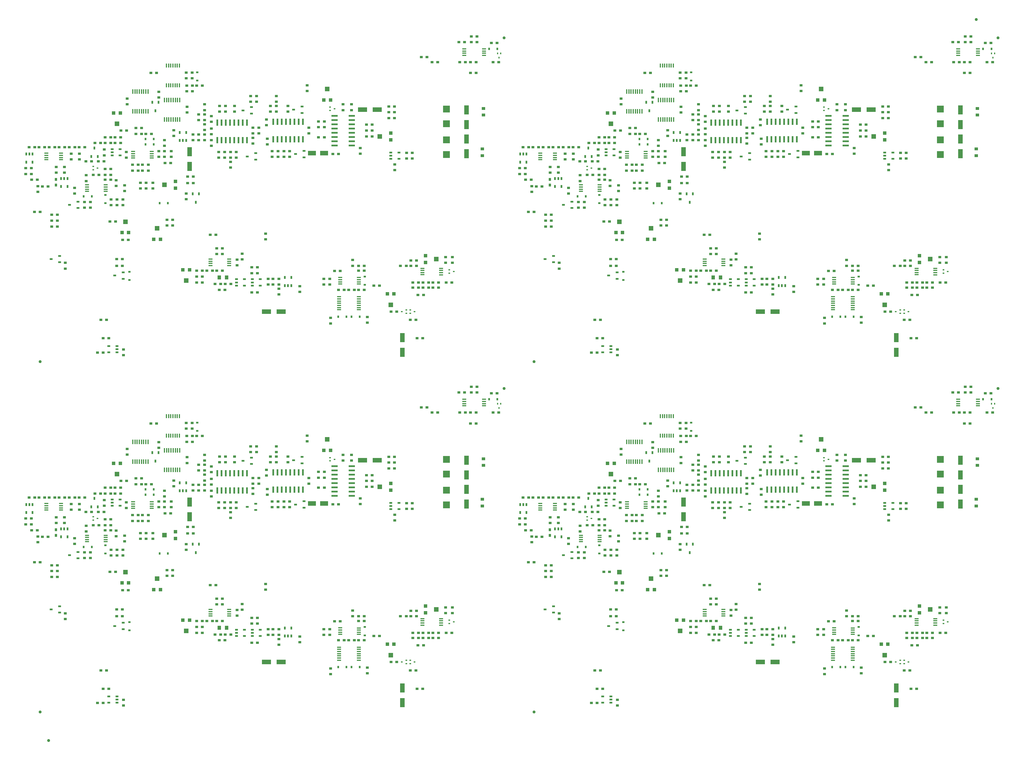
<source format=gbp>
G04 #@! TF.FileFunction,Paste,Bot*
%FSLAX46Y46*%
G04 Gerber Fmt 4.6, Leading zero omitted, Abs format (unit mm)*
G04 Created by KiCad (PCBNEW 4.0.2-stable) date 2018-11-15 11:45:17 AM*
%MOMM*%
G01*
G04 APERTURE LIST*
%ADD10C,0.200000*%
%ADD11R,0.830000X0.605000*%
%ADD12R,0.810000X0.720000*%
%ADD13R,0.900684X0.630936*%
%ADD14O,0.900000X0.900000*%
%ADD15R,0.685800X0.548640*%
%ADD16R,1.440000X1.350000*%
%ADD17R,1.080000X1.080000*%
%ADD18R,1.170432X0.360000*%
%ADD19R,0.405000X1.350000*%
%ADD20R,0.548640X0.685800*%
%ADD21R,0.405000X1.305000*%
%ADD22R,0.630936X0.900684*%
%ADD23R,1.305000X0.405000*%
%ADD24R,0.720000X0.810000*%
%ADD25R,0.605000X0.830000*%
%ADD26R,0.540000X0.450000*%
%ADD27R,1.440180X2.699766*%
%ADD28R,0.539496X1.979676*%
%ADD29R,1.350000X1.440000*%
%ADD30R,1.028700X1.257300*%
%ADD31R,2.699766X1.440180*%
%ADD32R,2.340864X1.440180*%
%ADD33R,1.979676X0.539496*%
%ADD34R,2.157984X2.157984*%
%ADD35R,1.125000X0.900000*%
%ADD36R,0.450000X0.540000*%
G04 APERTURE END LIST*
D10*
D11*
X261450000Y-141750000D03*
X261450000Y-140800000D03*
X261450000Y-142700000D03*
X259050000Y-140800000D03*
X259050000Y-142700000D03*
D12*
X257350000Y-142750000D03*
X255650000Y-142750000D03*
X263400000Y-143550000D03*
X263400000Y-141850000D03*
X259050000Y-138500000D03*
X257350000Y-138500000D03*
X256650000Y-133000000D03*
X258350000Y-133000000D03*
X246000000Y-117600000D03*
X246000000Y-115900000D03*
D13*
X241730000Y-114750000D03*
X244270000Y-115702500D03*
X244270000Y-113797500D03*
D12*
X243600000Y-103250000D03*
X241900000Y-103250000D03*
X238450000Y-100600000D03*
X236750000Y-100600000D03*
X243600000Y-101500000D03*
X241900000Y-101500000D03*
X243600000Y-105000000D03*
X241900000Y-105000000D03*
D14*
X238500000Y-145500000D03*
D12*
X261100000Y-103500000D03*
X259400000Y-103500000D03*
D13*
X260830000Y-119700000D03*
X263370000Y-120652500D03*
X263370000Y-118747500D03*
D15*
X265200000Y-121044600D03*
X265200000Y-118555400D03*
D12*
X261400000Y-116750000D03*
X263100000Y-116750000D03*
D16*
X264000000Y-103550000D03*
D17*
X265000000Y-106800000D03*
X263000000Y-106800000D03*
D12*
X264850000Y-109000000D03*
X263150000Y-109000000D03*
X261400000Y-114750000D03*
X263100000Y-114750000D03*
X267850000Y-86500000D03*
X266150000Y-86500000D03*
X266150000Y-88250000D03*
X267850000Y-88250000D03*
X270850000Y-88250000D03*
X269150000Y-88250000D03*
X269150000Y-86500000D03*
X270850000Y-86500000D03*
D18*
X266306000Y-84455400D03*
X266306000Y-83820400D03*
X266306000Y-83160000D03*
X266306000Y-82525000D03*
X271894000Y-82525000D03*
X271894000Y-83172700D03*
X271894000Y-83820400D03*
X271894000Y-84468100D03*
D12*
X268850000Y-75500000D03*
X267150000Y-75500000D03*
X264500000Y-68350000D03*
X264500000Y-66650000D03*
X262650000Y-76250000D03*
X264350000Y-76250000D03*
D19*
X266225000Y-64550000D03*
X266875000Y-64550000D03*
X267525000Y-64550000D03*
X268175000Y-64550000D03*
X268825000Y-64550000D03*
X269475000Y-64550000D03*
X270125000Y-64550000D03*
X270775000Y-64550000D03*
X270775000Y-70450000D03*
X270125000Y-70450000D03*
X269475000Y-70450000D03*
X268825000Y-70450000D03*
X268175000Y-70450000D03*
X267525000Y-70450000D03*
X266875000Y-70450000D03*
X266225000Y-70450000D03*
D16*
X261500000Y-74200000D03*
D17*
X260500000Y-70950000D03*
X262500000Y-70950000D03*
D12*
X271850000Y-77250000D03*
X270150000Y-77250000D03*
X267150000Y-77250000D03*
X268850000Y-77250000D03*
D20*
X270005400Y-78750000D03*
X272494600Y-78750000D03*
X272494600Y-80400000D03*
X270005400Y-80400000D03*
D19*
X275725000Y-67050000D03*
X276375000Y-67050000D03*
X277025000Y-67050000D03*
X277675000Y-67050000D03*
X278325000Y-67050000D03*
X278975000Y-67050000D03*
X279625000Y-67050000D03*
X280275000Y-67050000D03*
X280275000Y-72950000D03*
X279625000Y-72950000D03*
X278975000Y-72950000D03*
X278325000Y-72950000D03*
X277675000Y-72950000D03*
X277025000Y-72950000D03*
X276375000Y-72950000D03*
X275725000Y-72950000D03*
D21*
X280200000Y-62700000D03*
X279550000Y-62700000D03*
X278900000Y-62700000D03*
X278250000Y-62700000D03*
X277600000Y-62700000D03*
X276950000Y-62700000D03*
X276300000Y-62700000D03*
X276300000Y-56800000D03*
X276950000Y-56800000D03*
X277600000Y-56800000D03*
X278250000Y-56800000D03*
X278900000Y-56800000D03*
X279550000Y-56800000D03*
X280200000Y-56800000D03*
D12*
X274000000Y-64650000D03*
X274000000Y-66350000D03*
D22*
X273000000Y-70270000D03*
X273952500Y-67730000D03*
X272047500Y-67730000D03*
D12*
X273350000Y-59000000D03*
X271650000Y-59000000D03*
X277750000Y-84100000D03*
X277750000Y-82400000D03*
X275750000Y-79150000D03*
X275750000Y-80850000D03*
X275750000Y-82400000D03*
X275750000Y-84100000D03*
X274000000Y-82400000D03*
X274000000Y-84100000D03*
X275900000Y-86000000D03*
X277600000Y-86000000D03*
D11*
X260050000Y-82750000D03*
X260050000Y-83700000D03*
X260050000Y-81800000D03*
X262450000Y-83700000D03*
X262450000Y-81800000D03*
D12*
X257900000Y-80000000D03*
X259600000Y-80000000D03*
X259600000Y-78250000D03*
X257900000Y-78250000D03*
X260900000Y-80000000D03*
X262600000Y-80000000D03*
X260900000Y-78250000D03*
X262600000Y-78250000D03*
X257900000Y-87750000D03*
X259600000Y-87750000D03*
X264250000Y-84350000D03*
X264250000Y-82650000D03*
X234150000Y-87500000D03*
X235850000Y-87500000D03*
X237600000Y-91000000D03*
X235900000Y-91000000D03*
X237750000Y-94600000D03*
X237750000Y-92900000D03*
X234150000Y-89250000D03*
X235850000Y-89250000D03*
D23*
X240300000Y-84975000D03*
X240300000Y-84325000D03*
X240300000Y-83675000D03*
X240300000Y-83025000D03*
X244700000Y-83025000D03*
X244700000Y-83675000D03*
X244700000Y-84325000D03*
X244700000Y-84975000D03*
D12*
X247750000Y-83150000D03*
X247750000Y-84850000D03*
X245850000Y-81250000D03*
X244150000Y-81250000D03*
X248850000Y-81250000D03*
X247150000Y-81250000D03*
D24*
X243200000Y-90850000D03*
X243200000Y-92550000D03*
D25*
X245700000Y-90600000D03*
X244750000Y-90600000D03*
X246650000Y-90600000D03*
X244750000Y-93000000D03*
X246650000Y-93000000D03*
D12*
X243250000Y-87150000D03*
X243250000Y-88850000D03*
X239150000Y-93000000D03*
X240850000Y-93000000D03*
X245750000Y-87150000D03*
X245750000Y-88850000D03*
X242850000Y-81250000D03*
X241150000Y-81250000D03*
X239850000Y-81250000D03*
X238150000Y-81250000D03*
X236850000Y-81250000D03*
X235150000Y-81250000D03*
D25*
X235250000Y-83300000D03*
X234300000Y-83300000D03*
X236200000Y-83300000D03*
X234300000Y-85700000D03*
X236200000Y-85700000D03*
D22*
X254750000Y-81480000D03*
X253797500Y-84020000D03*
X255702500Y-84020000D03*
D12*
X252150000Y-85500000D03*
X253850000Y-85500000D03*
X250250000Y-83150000D03*
X250250000Y-84850000D03*
X254850000Y-80000000D03*
X256550000Y-80000000D03*
X255900000Y-85500000D03*
X257600000Y-85500000D03*
X251850000Y-81250000D03*
X250150000Y-81250000D03*
X257700000Y-81950000D03*
X257700000Y-83650000D03*
X256100000Y-89500000D03*
X254400000Y-89500000D03*
X257900000Y-89500000D03*
X259600000Y-89500000D03*
X257900000Y-91000000D03*
X259600000Y-91000000D03*
X252250000Y-89650000D03*
X252250000Y-91350000D03*
D26*
X255650000Y-87500000D03*
X254350000Y-88000000D03*
X254350000Y-87000000D03*
D12*
X261500000Y-98600000D03*
X261500000Y-96900000D03*
X261250000Y-92850000D03*
X261250000Y-91150000D03*
X268500000Y-93600000D03*
X268500000Y-91900000D03*
X263750000Y-94350000D03*
X263750000Y-92650000D03*
X263250000Y-96900000D03*
X263250000Y-98600000D03*
X259750000Y-96900000D03*
X259750000Y-98600000D03*
D13*
X247230000Y-98500000D03*
X249770000Y-99452500D03*
X249770000Y-97547500D03*
D15*
X258000000Y-97994600D03*
X258000000Y-95505400D03*
D12*
X248750000Y-93400000D03*
X248750000Y-95100000D03*
D20*
X253994600Y-96000000D03*
X251505400Y-96000000D03*
D12*
X251750000Y-99350000D03*
X251750000Y-97650000D03*
D18*
X252556000Y-94455400D03*
X252556000Y-93820400D03*
X252556000Y-93160000D03*
X252556000Y-92525000D03*
X258144000Y-92525000D03*
X258144000Y-93172700D03*
X258144000Y-93820400D03*
X258144000Y-94468100D03*
D12*
X253500000Y-97650000D03*
X253500000Y-99350000D03*
D25*
X281250000Y-79200000D03*
X282200000Y-79200000D03*
X280300000Y-79200000D03*
X282200000Y-76800000D03*
X280300000Y-76800000D03*
D12*
X278500000Y-76150000D03*
X278500000Y-77850000D03*
D27*
X283250000Y-82550360D03*
X283250000Y-86949640D03*
D12*
X284350000Y-90000000D03*
X282650000Y-90000000D03*
X285400000Y-62750000D03*
X287100000Y-62750000D03*
D15*
X285500000Y-61244600D03*
X285500000Y-58755400D03*
D12*
X284000000Y-60600000D03*
X284000000Y-58900000D03*
X282250000Y-60600000D03*
X282250000Y-58900000D03*
X284100000Y-64500000D03*
X282400000Y-64500000D03*
X282400000Y-62750000D03*
X284100000Y-62750000D03*
X289750000Y-79150000D03*
X289750000Y-80850000D03*
X289750000Y-73600000D03*
X289750000Y-71900000D03*
X289750000Y-77350000D03*
X289750000Y-75650000D03*
X284250000Y-77400000D03*
X284250000Y-79100000D03*
X287750000Y-74400000D03*
X287750000Y-76100000D03*
X286000000Y-79100000D03*
X286000000Y-77400000D03*
X287750000Y-79100000D03*
X287750000Y-77400000D03*
X296750000Y-70600000D03*
X296750000Y-68900000D03*
X292250000Y-68900000D03*
X292250000Y-70600000D03*
X294000000Y-68900000D03*
X294000000Y-70600000D03*
X286000000Y-73100000D03*
X286000000Y-71400000D03*
X287750000Y-73100000D03*
X287750000Y-71400000D03*
X287750000Y-68400000D03*
X287750000Y-70100000D03*
X282500000Y-69150000D03*
X282500000Y-70850000D03*
D28*
X291555000Y-73901580D03*
X292825000Y-73901580D03*
X294095000Y-73901580D03*
X295365000Y-73901580D03*
X296635000Y-73901580D03*
X297905000Y-73901580D03*
X299175000Y-73901580D03*
X300445000Y-73901580D03*
X300445000Y-79098420D03*
X299175000Y-79098420D03*
X297905000Y-79098420D03*
X296635000Y-79098420D03*
X295365000Y-79098420D03*
X294095000Y-79098420D03*
X292825000Y-79098420D03*
X291555000Y-79098420D03*
D12*
X295500000Y-87350000D03*
X295500000Y-85650000D03*
X292000000Y-84350000D03*
X292000000Y-82650000D03*
X293750000Y-84350000D03*
X293750000Y-82650000D03*
X295500000Y-82650000D03*
X295500000Y-84350000D03*
X297250000Y-82650000D03*
X297250000Y-84350000D03*
D13*
X299230000Y-70200000D03*
X301770000Y-71152500D03*
X301770000Y-69247500D03*
D12*
X278200000Y-102950000D03*
X278200000Y-104650000D03*
X272250000Y-93600000D03*
X272250000Y-91900000D03*
D16*
X273500000Y-105550000D03*
D17*
X274500000Y-108800000D03*
X272500000Y-108800000D03*
D12*
X270250000Y-93600000D03*
X270250000Y-91900000D03*
X276500000Y-104650000D03*
X276500000Y-102950000D03*
D20*
X276744600Y-98000000D03*
X274255400Y-98000000D03*
D29*
X275750000Y-92500000D03*
D17*
X279000000Y-91500000D03*
X279000000Y-93500000D03*
D16*
X282250000Y-121200000D03*
D17*
X281250000Y-117950000D03*
X283250000Y-117950000D03*
D12*
X287100000Y-118250000D03*
X285400000Y-118250000D03*
X287100000Y-121750000D03*
X285400000Y-121750000D03*
X287100000Y-120000000D03*
X285400000Y-120000000D03*
X290100000Y-118250000D03*
X288400000Y-118250000D03*
D11*
X297300000Y-121750000D03*
X297300000Y-122700000D03*
X297300000Y-120800000D03*
X299700000Y-122700000D03*
X299700000Y-120800000D03*
D12*
X292150000Y-124000000D03*
X293850000Y-124000000D03*
X290900000Y-122250000D03*
X292600000Y-122250000D03*
X295600000Y-122250000D03*
X293900000Y-122250000D03*
D30*
X294329500Y-120250000D03*
X292170500Y-120250000D03*
D12*
X282200000Y-96850000D03*
X282200000Y-95150000D03*
D22*
X285100000Y-97770000D03*
X286052500Y-95230000D03*
X284147500Y-95230000D03*
D12*
X291100000Y-107500000D03*
X289400000Y-107500000D03*
X284350000Y-92000000D03*
X282650000Y-92000000D03*
D18*
X289556000Y-116705400D03*
X289556000Y-116070400D03*
X289556000Y-115410000D03*
X289556000Y-114775000D03*
X295144000Y-114775000D03*
X295144000Y-115422700D03*
X295144000Y-116070400D03*
X295144000Y-116718100D03*
D12*
X293100000Y-118250000D03*
X291400000Y-118250000D03*
X293100000Y-111500000D03*
X291400000Y-111500000D03*
X291400000Y-113250000D03*
X293100000Y-113250000D03*
X297500000Y-116600000D03*
X297500000Y-114900000D03*
X299000000Y-114850000D03*
X299000000Y-113150000D03*
X340150000Y-122700000D03*
X338450000Y-122700000D03*
D15*
X335750000Y-120005400D03*
X335750000Y-122494600D03*
D12*
X335600000Y-124000000D03*
X333900000Y-124000000D03*
X333900000Y-118250000D03*
X335600000Y-118250000D03*
X329600000Y-124000000D03*
X327900000Y-124000000D03*
X332100000Y-116750000D03*
X332100000Y-115050000D03*
X333900000Y-116750000D03*
X335600000Y-116750000D03*
D18*
X333944000Y-120294600D03*
X333944000Y-120929600D03*
X333944000Y-121590000D03*
X333944000Y-122225000D03*
X328356000Y-122225000D03*
X328356000Y-121577300D03*
X328356000Y-120929600D03*
X328356000Y-120281900D03*
D12*
X330900000Y-124000000D03*
X332600000Y-124000000D03*
D23*
X333950000Y-126050000D03*
X333950000Y-126700000D03*
X333950000Y-127350000D03*
X333950000Y-128000000D03*
X333950000Y-128650000D03*
X333950000Y-129300000D03*
X333950000Y-129950000D03*
X328050000Y-129950000D03*
X328050000Y-129300000D03*
X328050000Y-128650000D03*
X328050000Y-128000000D03*
X328050000Y-127350000D03*
X328050000Y-126700000D03*
X328050000Y-126050000D03*
D12*
X336500000Y-132150000D03*
X336500000Y-133850000D03*
D20*
X334244600Y-132000000D03*
X331755400Y-132000000D03*
X327755400Y-132000000D03*
X330244600Y-132000000D03*
D27*
X347000000Y-138300360D03*
X347000000Y-142699640D03*
D26*
X350650000Y-130500000D03*
X349350000Y-131000000D03*
X349350000Y-130000000D03*
X346850000Y-130500000D03*
X348150000Y-130000000D03*
X348150000Y-131000000D03*
D16*
X343500000Y-128450000D03*
D17*
X342500000Y-125200000D03*
X344500000Y-125200000D03*
D12*
X351400000Y-138500000D03*
X353100000Y-138500000D03*
X351100000Y-133000000D03*
X349400000Y-133000000D03*
X343650000Y-130500000D03*
X345350000Y-130500000D03*
X351650000Y-125500000D03*
X353350000Y-125500000D03*
D26*
X362400000Y-118500000D03*
X361100000Y-119000000D03*
X361100000Y-118000000D03*
D12*
X362000000Y-114150000D03*
X362000000Y-115850000D03*
D18*
X353056000Y-119455400D03*
X353056000Y-118820400D03*
X353056000Y-118160000D03*
X353056000Y-117525000D03*
X358644000Y-117525000D03*
X358644000Y-118172700D03*
X358644000Y-118820400D03*
X358644000Y-119468100D03*
D12*
X360000000Y-115850000D03*
X360000000Y-114150000D03*
X360150000Y-121750000D03*
X361850000Y-121750000D03*
D29*
X357200000Y-114750000D03*
D17*
X353950000Y-115750000D03*
X353950000Y-113750000D03*
D12*
X348150000Y-116800000D03*
X346450000Y-116800000D03*
X351850000Y-123300000D03*
X350150000Y-123300000D03*
X351850000Y-121750000D03*
X350150000Y-121750000D03*
X349550000Y-115200000D03*
X351250000Y-115200000D03*
X349550000Y-116800000D03*
X351250000Y-116800000D03*
X357850000Y-121750000D03*
X356150000Y-121750000D03*
X357850000Y-123300000D03*
X356150000Y-123300000D03*
X354850000Y-123300000D03*
X353150000Y-123300000D03*
X354850000Y-121750000D03*
X353150000Y-121750000D03*
X328350000Y-118300000D03*
X326650000Y-118300000D03*
X325250000Y-122350000D03*
X325250000Y-120650000D03*
X323500000Y-120650000D03*
X323500000Y-122350000D03*
X325500000Y-132400000D03*
X325500000Y-134100000D03*
D31*
X310699640Y-130500000D03*
X306300360Y-130500000D03*
D12*
X310000000Y-125350000D03*
X310000000Y-123650000D03*
X316250000Y-124600000D03*
X316250000Y-122900000D03*
X301900000Y-124750000D03*
X303600000Y-124750000D03*
X306000000Y-108850000D03*
X306000000Y-107150000D03*
D25*
X312750000Y-122700000D03*
X313700000Y-122700000D03*
X311800000Y-122700000D03*
X313700000Y-120300000D03*
X311800000Y-120300000D03*
D12*
X301900000Y-117250000D03*
X303600000Y-117250000D03*
D11*
X302050000Y-121750000D03*
X302050000Y-122700000D03*
X302050000Y-120800000D03*
X304450000Y-122700000D03*
X304450000Y-120800000D03*
D12*
X306750000Y-122350000D03*
X306750000Y-120650000D03*
X308250000Y-122350000D03*
X308250000Y-120650000D03*
X303600000Y-119000000D03*
X301900000Y-119000000D03*
X310000000Y-122350000D03*
X310000000Y-120650000D03*
X344750000Y-86400000D03*
X344750000Y-88100000D03*
X348250000Y-82900000D03*
X348250000Y-84600000D03*
X350000000Y-82900000D03*
X350000000Y-84600000D03*
X327850000Y-83250000D03*
X326150000Y-83250000D03*
D13*
X315030000Y-83300000D03*
X317570000Y-84252500D03*
X317570000Y-82347500D03*
D12*
X311500000Y-82400000D03*
X311500000Y-84100000D03*
X313250000Y-82400000D03*
X313250000Y-84100000D03*
D28*
X308305000Y-73651580D03*
X309575000Y-73651580D03*
X310845000Y-73651580D03*
X312115000Y-73651580D03*
X313385000Y-73651580D03*
X314655000Y-73651580D03*
X315925000Y-73651580D03*
X317195000Y-73651580D03*
X317195000Y-78848420D03*
X315925000Y-78848420D03*
X314655000Y-78848420D03*
X313385000Y-78848420D03*
X312115000Y-78848420D03*
X310845000Y-78848420D03*
X309575000Y-78848420D03*
X308305000Y-78848420D03*
D12*
X309750000Y-84100000D03*
X309750000Y-82400000D03*
X308000000Y-84100000D03*
X308000000Y-82400000D03*
X321900000Y-75250000D03*
X323600000Y-75250000D03*
X323600000Y-73500000D03*
X321900000Y-73500000D03*
X323600000Y-78250000D03*
X321900000Y-78250000D03*
D32*
X323550860Y-83000000D03*
X319949140Y-83000000D03*
D12*
X319000000Y-77100000D03*
X319000000Y-75400000D03*
D13*
X314430000Y-70000000D03*
X316970000Y-70952500D03*
X316970000Y-69047500D03*
D16*
X324500000Y-63800000D03*
D17*
X325500000Y-67050000D03*
X323500000Y-67050000D03*
D12*
X318500000Y-64350000D03*
X318500000Y-62650000D03*
X312750000Y-70600000D03*
X312750000Y-68900000D03*
D26*
X326650000Y-69750000D03*
X325350000Y-70250000D03*
X325350000Y-69250000D03*
D13*
X300530000Y-84000000D03*
X303070000Y-84952500D03*
X303070000Y-83047500D03*
D12*
X302250000Y-77100000D03*
X302250000Y-75400000D03*
X302250000Y-80100000D03*
X302250000Y-78400000D03*
X306500000Y-78650000D03*
X306500000Y-80350000D03*
X306250000Y-74600000D03*
X306250000Y-72900000D03*
X304000000Y-75400000D03*
X304000000Y-77100000D03*
X309250000Y-68900000D03*
X309250000Y-70600000D03*
X307500000Y-68900000D03*
X307500000Y-70600000D03*
X301500000Y-65900000D03*
X301500000Y-67600000D03*
X303300000Y-67600000D03*
X303300000Y-65900000D03*
X309250000Y-65900000D03*
X309250000Y-67600000D03*
D29*
X340250000Y-78000000D03*
D17*
X343500000Y-77000000D03*
X343500000Y-79000000D03*
D12*
X337950000Y-74500000D03*
X336250000Y-74500000D03*
X344600000Y-69000000D03*
X342900000Y-69000000D03*
D31*
X335050360Y-70000000D03*
X339449640Y-70000000D03*
D12*
X329250000Y-70100000D03*
X329250000Y-68400000D03*
X334400000Y-83150000D03*
X334400000Y-81450000D03*
X337950000Y-76200000D03*
X336250000Y-76200000D03*
X336250000Y-78000000D03*
X337950000Y-78000000D03*
D33*
X331848420Y-71805000D03*
X331848420Y-73075000D03*
X331848420Y-74345000D03*
X331848420Y-75615000D03*
X331848420Y-76885000D03*
X331848420Y-78155000D03*
X331848420Y-79425000D03*
X331848420Y-80695000D03*
X326651580Y-80695000D03*
X326651580Y-79425000D03*
X326651580Y-78155000D03*
X326651580Y-76885000D03*
X326651580Y-75615000D03*
X326651580Y-74345000D03*
X326651580Y-73075000D03*
X326651580Y-71805000D03*
D23*
X371450000Y-51775000D03*
X371450000Y-52425000D03*
X371450000Y-53075000D03*
X371450000Y-53725000D03*
X365550000Y-53725000D03*
X365550000Y-53075000D03*
X365550000Y-52425000D03*
X365550000Y-51775000D03*
D12*
X367400000Y-55750000D03*
X369100000Y-55750000D03*
X367400000Y-59000000D03*
X369100000Y-59000000D03*
X367650000Y-49750000D03*
X369350000Y-49750000D03*
X364150000Y-55750000D03*
X365850000Y-55750000D03*
X367650000Y-48000000D03*
X369350000Y-48000000D03*
X365600000Y-49750000D03*
X363900000Y-49750000D03*
D11*
X343550000Y-83750000D03*
X343550000Y-84700000D03*
X343550000Y-82800000D03*
X345950000Y-84700000D03*
X345950000Y-82800000D03*
D12*
X344600000Y-72500000D03*
X342900000Y-72500000D03*
X344600000Y-70750000D03*
X342900000Y-70750000D03*
D34*
X360250000Y-74199640D03*
X360250000Y-69800360D03*
X360250000Y-83449640D03*
X360250000Y-79050360D03*
D27*
X366250000Y-78800360D03*
X366250000Y-83199640D03*
X366250000Y-70050360D03*
X366250000Y-74449640D03*
D35*
X371300000Y-71600000D03*
X371300000Y-69600000D03*
X371000000Y-81750000D03*
X371000000Y-83750000D03*
D12*
X357600000Y-55750000D03*
X355900000Y-55750000D03*
X331750000Y-70100000D03*
X331750000Y-68400000D03*
X352650000Y-54250000D03*
X354350000Y-54250000D03*
D36*
X376000000Y-54400000D03*
X375500000Y-53100000D03*
X376500000Y-53100000D03*
D12*
X375850000Y-55750000D03*
X374150000Y-55750000D03*
X375350000Y-50000000D03*
X373650000Y-50000000D03*
D14*
X377500000Y-48500000D03*
D20*
X373005400Y-51750000D03*
X375494600Y-51750000D03*
D12*
X163500000Y-187400000D03*
X163500000Y-189100000D03*
X165250000Y-187400000D03*
X165250000Y-189100000D03*
X161750000Y-189100000D03*
X161750000Y-187400000D03*
X160000000Y-189100000D03*
X160000000Y-187400000D03*
X158500000Y-183650000D03*
X158500000Y-185350000D03*
X156000000Y-180400000D03*
X156000000Y-182100000D03*
X158250000Y-179600000D03*
X158250000Y-177900000D03*
X159500000Y-173900000D03*
X159500000Y-175600000D03*
X154250000Y-182100000D03*
X154250000Y-180400000D03*
X161250000Y-173900000D03*
X161250000Y-175600000D03*
X148750000Y-175600000D03*
X148750000Y-173900000D03*
X154250000Y-185100000D03*
X154250000Y-183400000D03*
X146000000Y-173900000D03*
X146000000Y-175600000D03*
X144250000Y-173900000D03*
X144250000Y-175600000D03*
X145750000Y-189350000D03*
X145750000Y-187650000D03*
X144000000Y-189350000D03*
X144000000Y-187650000D03*
X149250000Y-187650000D03*
X149250000Y-189350000D03*
X147500000Y-187650000D03*
X147500000Y-189350000D03*
X180350000Y-223300000D03*
X178650000Y-223300000D03*
D23*
X185950000Y-231050000D03*
X185950000Y-231700000D03*
X185950000Y-232350000D03*
X185950000Y-233000000D03*
X185950000Y-233650000D03*
X185950000Y-234300000D03*
X185950000Y-234950000D03*
X180050000Y-234950000D03*
X180050000Y-234300000D03*
X180050000Y-233650000D03*
X180050000Y-233000000D03*
X180050000Y-232350000D03*
X180050000Y-231700000D03*
X180050000Y-231050000D03*
D18*
X185944000Y-225294600D03*
X185944000Y-225929600D03*
X185944000Y-226590000D03*
X185944000Y-227225000D03*
X180356000Y-227225000D03*
X180356000Y-226577300D03*
X180356000Y-225929600D03*
X180356000Y-225281900D03*
D12*
X177250000Y-227350000D03*
X177250000Y-225650000D03*
X182900000Y-229000000D03*
X184600000Y-229000000D03*
X175500000Y-225650000D03*
X175500000Y-227350000D03*
X181600000Y-229000000D03*
X179900000Y-229000000D03*
X168250000Y-229600000D03*
X168250000Y-227900000D03*
X192150000Y-227700000D03*
X190450000Y-227700000D03*
X184100000Y-221750000D03*
X184100000Y-220050000D03*
X185900000Y-221750000D03*
X187600000Y-221750000D03*
D15*
X187750000Y-225005400D03*
X187750000Y-227494600D03*
D12*
X185900000Y-223250000D03*
X187600000Y-223250000D03*
X187600000Y-229000000D03*
X185900000Y-229000000D03*
X188500000Y-237150000D03*
X188500000Y-238850000D03*
D20*
X186244600Y-237000000D03*
X183755400Y-237000000D03*
X179755400Y-237000000D03*
X182244600Y-237000000D03*
D12*
X177500000Y-237400000D03*
X177500000Y-239100000D03*
D27*
X199000000Y-243300360D03*
X199000000Y-247699640D03*
D26*
X202650000Y-235500000D03*
X201350000Y-236000000D03*
X201350000Y-235000000D03*
X198850000Y-235500000D03*
X200150000Y-235000000D03*
X200150000Y-236000000D03*
D16*
X195500000Y-233450000D03*
D17*
X194500000Y-230200000D03*
X196500000Y-230200000D03*
D12*
X203400000Y-243500000D03*
X205100000Y-243500000D03*
X203100000Y-238000000D03*
X201400000Y-238000000D03*
X195650000Y-235500000D03*
X197350000Y-235500000D03*
X203650000Y-230500000D03*
X205350000Y-230500000D03*
D26*
X214400000Y-223500000D03*
X213100000Y-224000000D03*
X213100000Y-223000000D03*
D12*
X214000000Y-219150000D03*
X214000000Y-220850000D03*
D18*
X205056000Y-224455400D03*
X205056000Y-223820400D03*
X205056000Y-223160000D03*
X205056000Y-222525000D03*
X210644000Y-222525000D03*
X210644000Y-223172700D03*
X210644000Y-223820400D03*
X210644000Y-224468100D03*
D12*
X212000000Y-220850000D03*
X212000000Y-219150000D03*
X212150000Y-226750000D03*
X213850000Y-226750000D03*
D29*
X209200000Y-219750000D03*
D17*
X205950000Y-220750000D03*
X205950000Y-218750000D03*
D12*
X200150000Y-221800000D03*
X198450000Y-221800000D03*
X203850000Y-228300000D03*
X202150000Y-228300000D03*
X203850000Y-226750000D03*
X202150000Y-226750000D03*
X201550000Y-220200000D03*
X203250000Y-220200000D03*
X201550000Y-221800000D03*
X203250000Y-221800000D03*
X209850000Y-226750000D03*
X208150000Y-226750000D03*
X209850000Y-228300000D03*
X208150000Y-228300000D03*
X206850000Y-228300000D03*
X205150000Y-228300000D03*
X206850000Y-226750000D03*
X205150000Y-226750000D03*
D13*
X166430000Y-175000000D03*
X168970000Y-175952500D03*
X168970000Y-174047500D03*
D12*
X153500000Y-170900000D03*
X153500000Y-172600000D03*
X161250000Y-170900000D03*
X161250000Y-172600000D03*
X170500000Y-169350000D03*
X170500000Y-167650000D03*
X155300000Y-172600000D03*
X155300000Y-170900000D03*
X164750000Y-175600000D03*
X164750000Y-173900000D03*
D13*
X167030000Y-188300000D03*
X169570000Y-189252500D03*
X169570000Y-187347500D03*
D28*
X160305000Y-178651580D03*
X161575000Y-178651580D03*
X162845000Y-178651580D03*
X164115000Y-178651580D03*
X165385000Y-178651580D03*
X166655000Y-178651580D03*
X167925000Y-178651580D03*
X169195000Y-178651580D03*
X169195000Y-183848420D03*
X167925000Y-183848420D03*
X166655000Y-183848420D03*
X165385000Y-183848420D03*
X164115000Y-183848420D03*
X162845000Y-183848420D03*
X161575000Y-183848420D03*
X160305000Y-183848420D03*
D12*
X173900000Y-180250000D03*
X175600000Y-180250000D03*
X171000000Y-182100000D03*
X171000000Y-180400000D03*
X175600000Y-183250000D03*
X173900000Y-183250000D03*
X175600000Y-178500000D03*
X173900000Y-178500000D03*
D32*
X175550860Y-188000000D03*
X171949140Y-188000000D03*
D12*
X181250000Y-175100000D03*
X181250000Y-173400000D03*
D16*
X176500000Y-168800000D03*
D17*
X177500000Y-172050000D03*
X175500000Y-172050000D03*
D26*
X178650000Y-174750000D03*
X177350000Y-175250000D03*
X177350000Y-174250000D03*
D12*
X183750000Y-175100000D03*
X183750000Y-173400000D03*
D31*
X187050360Y-175000000D03*
X191449640Y-175000000D03*
D12*
X179850000Y-188250000D03*
X178150000Y-188250000D03*
X196750000Y-191400000D03*
X196750000Y-193100000D03*
D33*
X183848420Y-176805000D03*
X183848420Y-178075000D03*
X183848420Y-179345000D03*
X183848420Y-180615000D03*
X183848420Y-181885000D03*
X183848420Y-183155000D03*
X183848420Y-184425000D03*
X183848420Y-185695000D03*
X178651580Y-185695000D03*
X178651580Y-184425000D03*
X178651580Y-183155000D03*
X178651580Y-181885000D03*
X178651580Y-180615000D03*
X178651580Y-179345000D03*
X178651580Y-178075000D03*
X178651580Y-176805000D03*
D12*
X186400000Y-188150000D03*
X186400000Y-186450000D03*
X204650000Y-159250000D03*
X206350000Y-159250000D03*
X209600000Y-160750000D03*
X207900000Y-160750000D03*
X217600000Y-154750000D03*
X215900000Y-154750000D03*
X216150000Y-160750000D03*
X217850000Y-160750000D03*
D23*
X223450000Y-156775000D03*
X223450000Y-157425000D03*
X223450000Y-158075000D03*
X223450000Y-158725000D03*
X217550000Y-158725000D03*
X217550000Y-158075000D03*
X217550000Y-157425000D03*
X217550000Y-156775000D03*
D12*
X219650000Y-154750000D03*
X221350000Y-154750000D03*
X219400000Y-160750000D03*
X221100000Y-160750000D03*
X219650000Y-153000000D03*
X221350000Y-153000000D03*
X219400000Y-164000000D03*
X221100000Y-164000000D03*
X200250000Y-187900000D03*
X200250000Y-189600000D03*
D34*
X212250000Y-179199640D03*
X212250000Y-174800360D03*
X212250000Y-188449640D03*
X212250000Y-184050360D03*
D11*
X195550000Y-188750000D03*
X195550000Y-189700000D03*
X195550000Y-187800000D03*
X197950000Y-189700000D03*
X197950000Y-187800000D03*
D12*
X202000000Y-187900000D03*
X202000000Y-189600000D03*
D27*
X218250000Y-183800360D03*
X218250000Y-188199640D03*
X218250000Y-175050360D03*
X218250000Y-179449640D03*
D35*
X223300000Y-176600000D03*
X223300000Y-174600000D03*
X223000000Y-186750000D03*
X223000000Y-188750000D03*
D29*
X192250000Y-183000000D03*
D17*
X195500000Y-182000000D03*
X195500000Y-184000000D03*
D12*
X196600000Y-174000000D03*
X194900000Y-174000000D03*
X189950000Y-181200000D03*
X188250000Y-181200000D03*
X188250000Y-183000000D03*
X189950000Y-183000000D03*
X196600000Y-175750000D03*
X194900000Y-175750000D03*
X189950000Y-179500000D03*
X188250000Y-179500000D03*
X196600000Y-177500000D03*
X194900000Y-177500000D03*
D36*
X228000000Y-159400000D03*
X227500000Y-158100000D03*
X228500000Y-158100000D03*
D12*
X227850000Y-160750000D03*
X226150000Y-160750000D03*
X227350000Y-155000000D03*
X225650000Y-155000000D03*
D14*
X229500000Y-153500000D03*
D20*
X225005400Y-156750000D03*
X227494600Y-156750000D03*
D24*
X95200000Y-195850000D03*
X95200000Y-197550000D03*
D12*
X97750000Y-192150000D03*
X97750000Y-193850000D03*
X95250000Y-192150000D03*
X95250000Y-193850000D03*
X104250000Y-194650000D03*
X104250000Y-196350000D03*
X100750000Y-198400000D03*
X100750000Y-200100000D03*
D25*
X97700000Y-195600000D03*
X96750000Y-195600000D03*
X98650000Y-195600000D03*
X96750000Y-198000000D03*
X98650000Y-198000000D03*
D23*
X92300000Y-189975000D03*
X92300000Y-189325000D03*
X92300000Y-188675000D03*
X92300000Y-188025000D03*
X96700000Y-188025000D03*
X96700000Y-188675000D03*
X96700000Y-189325000D03*
X96700000Y-189975000D03*
D12*
X99750000Y-188150000D03*
X99750000Y-189850000D03*
X103850000Y-186250000D03*
X102150000Y-186250000D03*
X100850000Y-186250000D03*
X99150000Y-186250000D03*
X97850000Y-186250000D03*
X96150000Y-186250000D03*
X102250000Y-188150000D03*
X102250000Y-189850000D03*
X94850000Y-186250000D03*
X93150000Y-186250000D03*
X89600000Y-196000000D03*
X87900000Y-196000000D03*
X89750000Y-199600000D03*
X89750000Y-197900000D03*
X86150000Y-194250000D03*
X87850000Y-194250000D03*
X91150000Y-198000000D03*
X92850000Y-198000000D03*
X86150000Y-192500000D03*
X87850000Y-192500000D03*
D25*
X87250000Y-188300000D03*
X86300000Y-188300000D03*
X88200000Y-188300000D03*
X86300000Y-190700000D03*
X88200000Y-190700000D03*
D12*
X91850000Y-186250000D03*
X90150000Y-186250000D03*
X88850000Y-186250000D03*
X87150000Y-186250000D03*
D14*
X90500000Y-250500000D03*
D16*
X116000000Y-208550000D03*
D17*
X117000000Y-211800000D03*
X115000000Y-211800000D03*
D12*
X111750000Y-201900000D03*
X111750000Y-203600000D03*
X115250000Y-201900000D03*
X115250000Y-203600000D03*
X113500000Y-203600000D03*
X113500000Y-201900000D03*
X113100000Y-208500000D03*
X111400000Y-208500000D03*
X116850000Y-214000000D03*
X115150000Y-214000000D03*
X95600000Y-210000000D03*
X93900000Y-210000000D03*
X95600000Y-206500000D03*
X93900000Y-206500000D03*
X90450000Y-205600000D03*
X88750000Y-205600000D03*
X98000000Y-222600000D03*
X98000000Y-220900000D03*
D13*
X93730000Y-219750000D03*
X96270000Y-220702500D03*
X96270000Y-218797500D03*
D12*
X95600000Y-208250000D03*
X93900000Y-208250000D03*
X105500000Y-202650000D03*
X105500000Y-204350000D03*
D20*
X105994600Y-201000000D03*
X103505400Y-201000000D03*
D15*
X110000000Y-202994600D03*
X110000000Y-200505400D03*
D13*
X99230000Y-203500000D03*
X101770000Y-204452500D03*
X101770000Y-202547500D03*
D12*
X103750000Y-204350000D03*
X103750000Y-202650000D03*
D11*
X113450000Y-246750000D03*
X113450000Y-245800000D03*
X113450000Y-247700000D03*
X111050000Y-245800000D03*
X111050000Y-247700000D03*
D12*
X109350000Y-247750000D03*
X107650000Y-247750000D03*
X111050000Y-243500000D03*
X109350000Y-243500000D03*
X115400000Y-248550000D03*
X115400000Y-246850000D03*
X108650000Y-238000000D03*
X110350000Y-238000000D03*
D13*
X112830000Y-224700000D03*
X115370000Y-225652500D03*
X115370000Y-223747500D03*
D12*
X113400000Y-219750000D03*
X115100000Y-219750000D03*
X113400000Y-221750000D03*
X115100000Y-221750000D03*
D15*
X117200000Y-226044600D03*
X117200000Y-223555400D03*
D12*
X130200000Y-207950000D03*
X130200000Y-209650000D03*
X128500000Y-209650000D03*
X128500000Y-207950000D03*
D16*
X134250000Y-226200000D03*
D17*
X133250000Y-222950000D03*
X135250000Y-222950000D03*
D12*
X139100000Y-226750000D03*
X137400000Y-226750000D03*
X139100000Y-223250000D03*
X137400000Y-223250000D03*
X139100000Y-225000000D03*
X137400000Y-225000000D03*
D16*
X125500000Y-210550000D03*
D17*
X126500000Y-213800000D03*
X124500000Y-213800000D03*
D12*
X145100000Y-216500000D03*
X143400000Y-216500000D03*
X144150000Y-229000000D03*
X145850000Y-229000000D03*
X147600000Y-227250000D03*
X145900000Y-227250000D03*
X142900000Y-227250000D03*
X144600000Y-227250000D03*
D30*
X146329500Y-225250000D03*
X144170500Y-225250000D03*
D12*
X145100000Y-223250000D03*
X143400000Y-223250000D03*
X142100000Y-223250000D03*
X140400000Y-223250000D03*
D18*
X141556000Y-221705400D03*
X141556000Y-221070400D03*
X141556000Y-220410000D03*
X141556000Y-219775000D03*
X147144000Y-219775000D03*
X147144000Y-220422700D03*
X147144000Y-221070400D03*
X147144000Y-221718100D03*
D12*
X158000000Y-213850000D03*
X158000000Y-212150000D03*
X153900000Y-222250000D03*
X155600000Y-222250000D03*
X143100000Y-212500000D03*
X141400000Y-212500000D03*
X143400000Y-218250000D03*
X145100000Y-218250000D03*
X149500000Y-221600000D03*
X149500000Y-219900000D03*
X151000000Y-219850000D03*
X151000000Y-218150000D03*
X162000000Y-227350000D03*
X162000000Y-225650000D03*
X162000000Y-230350000D03*
X162000000Y-228650000D03*
X160250000Y-227350000D03*
X160250000Y-225650000D03*
D31*
X162699640Y-235500000D03*
X158300360Y-235500000D03*
D25*
X164750000Y-227700000D03*
X165700000Y-227700000D03*
X163800000Y-227700000D03*
X165700000Y-225300000D03*
X163800000Y-225300000D03*
D12*
X158750000Y-227350000D03*
X158750000Y-225650000D03*
D11*
X149300000Y-226750000D03*
X149300000Y-227700000D03*
X149300000Y-225800000D03*
X151700000Y-227700000D03*
X151700000Y-225800000D03*
D12*
X153900000Y-229750000D03*
X155600000Y-229750000D03*
D11*
X154050000Y-226750000D03*
X154050000Y-227700000D03*
X154050000Y-225800000D03*
X156450000Y-227700000D03*
X156450000Y-225800000D03*
D12*
X155600000Y-224000000D03*
X153900000Y-224000000D03*
X126000000Y-169650000D03*
X126000000Y-171350000D03*
X116500000Y-173350000D03*
X116500000Y-171650000D03*
D19*
X118225000Y-169550000D03*
X118875000Y-169550000D03*
X119525000Y-169550000D03*
X120175000Y-169550000D03*
X120825000Y-169550000D03*
X121475000Y-169550000D03*
X122125000Y-169550000D03*
X122775000Y-169550000D03*
X122775000Y-175450000D03*
X122125000Y-175450000D03*
X121475000Y-175450000D03*
X120825000Y-175450000D03*
X120175000Y-175450000D03*
X119525000Y-175450000D03*
X118875000Y-175450000D03*
X118225000Y-175450000D03*
D16*
X113500000Y-179200000D03*
D17*
X112500000Y-175950000D03*
X114500000Y-175950000D03*
D22*
X106750000Y-186480000D03*
X105797500Y-189020000D03*
X107702500Y-189020000D03*
D12*
X104150000Y-190500000D03*
X105850000Y-190500000D03*
X107900000Y-190500000D03*
X109600000Y-190500000D03*
X106850000Y-185000000D03*
X108550000Y-185000000D03*
X109700000Y-186950000D03*
X109700000Y-188650000D03*
X108100000Y-194500000D03*
X106400000Y-194500000D03*
X109900000Y-194500000D03*
X111600000Y-194500000D03*
X109900000Y-196000000D03*
X111600000Y-196000000D03*
X109900000Y-192750000D03*
X111600000Y-192750000D03*
X115750000Y-199350000D03*
X115750000Y-197650000D03*
X113250000Y-197850000D03*
X113250000Y-196150000D03*
D18*
X104556000Y-199455400D03*
X104556000Y-198820400D03*
X104556000Y-198160000D03*
X104556000Y-197525000D03*
X110144000Y-197525000D03*
X110144000Y-198172700D03*
X110144000Y-198820400D03*
X110144000Y-199468100D03*
D26*
X107650000Y-192500000D03*
X106350000Y-193000000D03*
X106350000Y-192000000D03*
D12*
X119850000Y-191500000D03*
X118150000Y-191500000D03*
X122250000Y-198600000D03*
X122250000Y-196900000D03*
X122850000Y-193250000D03*
X121150000Y-193250000D03*
X126000000Y-187400000D03*
X126000000Y-189100000D03*
X118150000Y-193250000D03*
X119850000Y-193250000D03*
X120500000Y-198600000D03*
X120500000Y-196900000D03*
D18*
X118306000Y-189455400D03*
X118306000Y-188820400D03*
X118306000Y-188160000D03*
X118306000Y-187525000D03*
X123894000Y-187525000D03*
X123894000Y-188172700D03*
X123894000Y-188820400D03*
X123894000Y-189468100D03*
D12*
X121150000Y-191500000D03*
X122850000Y-191500000D03*
D11*
X112050000Y-187750000D03*
X112050000Y-188700000D03*
X112050000Y-186800000D03*
X114450000Y-188700000D03*
X114450000Y-186800000D03*
D12*
X111600000Y-183250000D03*
X109900000Y-183250000D03*
X112900000Y-183250000D03*
X114600000Y-183250000D03*
X112900000Y-185000000D03*
X114600000Y-185000000D03*
X109900000Y-185000000D03*
X111600000Y-185000000D03*
X116250000Y-189350000D03*
X116250000Y-187650000D03*
X123850000Y-182250000D03*
X122150000Y-182250000D03*
X119150000Y-182250000D03*
X120850000Y-182250000D03*
D20*
X122005400Y-183750000D03*
X124494600Y-183750000D03*
X124494600Y-185400000D03*
X122005400Y-185400000D03*
D12*
X120850000Y-180500000D03*
X119150000Y-180500000D03*
X114650000Y-181250000D03*
X116350000Y-181250000D03*
D13*
X152530000Y-189000000D03*
X155070000Y-189952500D03*
X155070000Y-188047500D03*
X151230000Y-175200000D03*
X153770000Y-176152500D03*
X153770000Y-174247500D03*
D28*
X143555000Y-178901580D03*
X144825000Y-178901580D03*
X146095000Y-178901580D03*
X147365000Y-178901580D03*
X148635000Y-178901580D03*
X149905000Y-178901580D03*
X151175000Y-178901580D03*
X152445000Y-178901580D03*
X152445000Y-184098420D03*
X151175000Y-184098420D03*
X149905000Y-184098420D03*
X148635000Y-184098420D03*
X147365000Y-184098420D03*
X146095000Y-184098420D03*
X144825000Y-184098420D03*
X143555000Y-184098420D03*
D12*
X141750000Y-182350000D03*
X141750000Y-180650000D03*
X129750000Y-189100000D03*
X129750000Y-187400000D03*
X127750000Y-187400000D03*
X127750000Y-189100000D03*
X127750000Y-184150000D03*
X127750000Y-185850000D03*
D27*
X135250000Y-187550360D03*
X135250000Y-191949640D03*
D21*
X132200000Y-167700000D03*
X131550000Y-167700000D03*
X130900000Y-167700000D03*
X130250000Y-167700000D03*
X129600000Y-167700000D03*
X128950000Y-167700000D03*
X128300000Y-167700000D03*
X128300000Y-161800000D03*
X128950000Y-161800000D03*
X129600000Y-161800000D03*
X130250000Y-161800000D03*
X130900000Y-161800000D03*
X131550000Y-161800000D03*
X132200000Y-161800000D03*
D12*
X137400000Y-167750000D03*
X139100000Y-167750000D03*
X134250000Y-165600000D03*
X134250000Y-163900000D03*
X136100000Y-169500000D03*
X134400000Y-169500000D03*
X136000000Y-165600000D03*
X136000000Y-163900000D03*
D15*
X137500000Y-166244600D03*
X137500000Y-163755400D03*
D12*
X125350000Y-164000000D03*
X123650000Y-164000000D03*
X134400000Y-167750000D03*
X136100000Y-167750000D03*
D25*
X133250000Y-184200000D03*
X134200000Y-184200000D03*
X132300000Y-184200000D03*
X134200000Y-181800000D03*
X132300000Y-181800000D03*
D12*
X130500000Y-181150000D03*
X130500000Y-182850000D03*
X136250000Y-182400000D03*
X136250000Y-184100000D03*
X134500000Y-174150000D03*
X134500000Y-175850000D03*
D19*
X127725000Y-172050000D03*
X128375000Y-172050000D03*
X129025000Y-172050000D03*
X129675000Y-172050000D03*
X130325000Y-172050000D03*
X130975000Y-172050000D03*
X131625000Y-172050000D03*
X132275000Y-172050000D03*
X132275000Y-177950000D03*
X131625000Y-177950000D03*
X130975000Y-177950000D03*
X130325000Y-177950000D03*
X129675000Y-177950000D03*
X129025000Y-177950000D03*
X128375000Y-177950000D03*
X127725000Y-177950000D03*
D22*
X125000000Y-175270000D03*
X125952500Y-172730000D03*
X124047500Y-172730000D03*
D12*
X141750000Y-178600000D03*
X141750000Y-176900000D03*
X138000000Y-178100000D03*
X138000000Y-176400000D03*
X139750000Y-173400000D03*
X139750000Y-175100000D03*
X139750000Y-178100000D03*
X139750000Y-176400000D03*
X136350000Y-195000000D03*
X134650000Y-195000000D03*
D22*
X137100000Y-202770000D03*
X138052500Y-200230000D03*
X136147500Y-200230000D03*
D12*
X134200000Y-201850000D03*
X134200000Y-200150000D03*
X136350000Y-197000000D03*
X134650000Y-197000000D03*
X127900000Y-191000000D03*
X129600000Y-191000000D03*
X124250000Y-198600000D03*
X124250000Y-196900000D03*
D20*
X128744600Y-203000000D03*
X126255400Y-203000000D03*
D29*
X127750000Y-197500000D03*
D17*
X131000000Y-196500000D03*
X131000000Y-198500000D03*
D12*
X147500000Y-192350000D03*
X147500000Y-190650000D03*
X141750000Y-184150000D03*
X141750000Y-185850000D03*
X138000000Y-184100000D03*
X138000000Y-182400000D03*
X139750000Y-184100000D03*
X139750000Y-182400000D03*
X139750000Y-179400000D03*
X139750000Y-181100000D03*
D24*
X95200000Y-90850000D03*
X95200000Y-92550000D03*
D12*
X89600000Y-91000000D03*
X87900000Y-91000000D03*
D25*
X97700000Y-90600000D03*
X96750000Y-90600000D03*
X98650000Y-90600000D03*
X96750000Y-93000000D03*
X98650000Y-93000000D03*
D23*
X92300000Y-84975000D03*
X92300000Y-84325000D03*
X92300000Y-83675000D03*
X92300000Y-83025000D03*
X96700000Y-83025000D03*
X96700000Y-83675000D03*
X96700000Y-84325000D03*
X96700000Y-84975000D03*
D12*
X104150000Y-85500000D03*
X105850000Y-85500000D03*
D22*
X106750000Y-81480000D03*
X105797500Y-84020000D03*
X107702500Y-84020000D03*
D12*
X106850000Y-80000000D03*
X108550000Y-80000000D03*
X109700000Y-81950000D03*
X109700000Y-83650000D03*
X107900000Y-85500000D03*
X109600000Y-85500000D03*
X109900000Y-80000000D03*
X111600000Y-80000000D03*
X108100000Y-89500000D03*
X106400000Y-89500000D03*
X109900000Y-87750000D03*
X111600000Y-87750000D03*
X109900000Y-89500000D03*
X111600000Y-89500000D03*
X109900000Y-91000000D03*
X111600000Y-91000000D03*
X104250000Y-89650000D03*
X104250000Y-91350000D03*
D26*
X107650000Y-87500000D03*
X106350000Y-88000000D03*
X106350000Y-87000000D03*
D12*
X122850000Y-88250000D03*
X121150000Y-88250000D03*
X118150000Y-88250000D03*
X119850000Y-88250000D03*
D11*
X112050000Y-82750000D03*
X112050000Y-83700000D03*
X112050000Y-81800000D03*
X114450000Y-83700000D03*
X114450000Y-81800000D03*
D12*
X112900000Y-80000000D03*
X114600000Y-80000000D03*
X116250000Y-84350000D03*
X116250000Y-82650000D03*
X124250000Y-93600000D03*
X124250000Y-91900000D03*
X113500000Y-98600000D03*
X113500000Y-96900000D03*
X120500000Y-93600000D03*
X120500000Y-91900000D03*
X122250000Y-93600000D03*
X122250000Y-91900000D03*
X120850000Y-75500000D03*
X119150000Y-75500000D03*
X123850000Y-77250000D03*
X122150000Y-77250000D03*
D20*
X124494600Y-80400000D03*
X122005400Y-80400000D03*
X122005400Y-78750000D03*
X124494600Y-78750000D03*
D12*
X119150000Y-77250000D03*
X120850000Y-77250000D03*
X121150000Y-86500000D03*
X122850000Y-86500000D03*
D29*
X127750000Y-92500000D03*
D17*
X131000000Y-91500000D03*
X131000000Y-93500000D03*
D20*
X128744600Y-98000000D03*
X126255400Y-98000000D03*
D22*
X137100000Y-97770000D03*
X138052500Y-95230000D03*
X136147500Y-95230000D03*
D12*
X127750000Y-82400000D03*
X127750000Y-84100000D03*
X127750000Y-79150000D03*
X127750000Y-80850000D03*
X130500000Y-76150000D03*
X130500000Y-77850000D03*
X127900000Y-86000000D03*
X129600000Y-86000000D03*
X138000000Y-79100000D03*
X138000000Y-77400000D03*
D27*
X135250000Y-82550360D03*
X135250000Y-86949640D03*
D12*
X119850000Y-86500000D03*
X118150000Y-86500000D03*
D15*
X110000000Y-97994600D03*
X110000000Y-95505400D03*
D12*
X115750000Y-94350000D03*
X115750000Y-92650000D03*
X126000000Y-82400000D03*
X126000000Y-84100000D03*
X115250000Y-96900000D03*
X115250000Y-98600000D03*
X113250000Y-92850000D03*
X113250000Y-91150000D03*
D18*
X118306000Y-84455400D03*
X118306000Y-83820400D03*
X118306000Y-83160000D03*
X118306000Y-82525000D03*
X123894000Y-82525000D03*
X123894000Y-83172700D03*
X123894000Y-83820400D03*
X123894000Y-84468100D03*
D22*
X125000000Y-70270000D03*
X125952500Y-67730000D03*
X124047500Y-67730000D03*
D19*
X118225000Y-64550000D03*
X118875000Y-64550000D03*
X119525000Y-64550000D03*
X120175000Y-64550000D03*
X120825000Y-64550000D03*
X121475000Y-64550000D03*
X122125000Y-64550000D03*
X122775000Y-64550000D03*
X122775000Y-70450000D03*
X122125000Y-70450000D03*
X121475000Y-70450000D03*
X120825000Y-70450000D03*
X120175000Y-70450000D03*
X119525000Y-70450000D03*
X118875000Y-70450000D03*
X118225000Y-70450000D03*
D12*
X125350000Y-59000000D03*
X123650000Y-59000000D03*
X126000000Y-64650000D03*
X126000000Y-66350000D03*
X134500000Y-69150000D03*
X134500000Y-70850000D03*
X136100000Y-64500000D03*
X134400000Y-64500000D03*
X134250000Y-60600000D03*
X134250000Y-58900000D03*
X114650000Y-76250000D03*
X116350000Y-76250000D03*
X112900000Y-78250000D03*
X114600000Y-78250000D03*
X111600000Y-78250000D03*
X109900000Y-78250000D03*
X116500000Y-68350000D03*
X116500000Y-66650000D03*
D16*
X113500000Y-74200000D03*
D17*
X112500000Y-70950000D03*
X114500000Y-70950000D03*
D12*
X95600000Y-103250000D03*
X93900000Y-103250000D03*
X95600000Y-105000000D03*
X93900000Y-105000000D03*
X95600000Y-101500000D03*
X93900000Y-101500000D03*
D11*
X113450000Y-141750000D03*
X113450000Y-140800000D03*
X113450000Y-142700000D03*
X111050000Y-140800000D03*
X111050000Y-142700000D03*
D12*
X111050000Y-138500000D03*
X109350000Y-138500000D03*
X108650000Y-133000000D03*
X110350000Y-133000000D03*
X109350000Y-142750000D03*
X107650000Y-142750000D03*
X115400000Y-143550000D03*
X115400000Y-141850000D03*
D13*
X112830000Y-119700000D03*
X115370000Y-120652500D03*
X115370000Y-118747500D03*
D12*
X113400000Y-114750000D03*
X115100000Y-114750000D03*
D15*
X117200000Y-121044600D03*
X117200000Y-118555400D03*
D12*
X113400000Y-116750000D03*
X115100000Y-116750000D03*
D16*
X116000000Y-103550000D03*
D17*
X117000000Y-106800000D03*
X115000000Y-106800000D03*
D12*
X113100000Y-103500000D03*
X111400000Y-103500000D03*
X111750000Y-96900000D03*
X111750000Y-98600000D03*
D16*
X125500000Y-105550000D03*
D17*
X126500000Y-108800000D03*
X124500000Y-108800000D03*
D12*
X116850000Y-109000000D03*
X115150000Y-109000000D03*
D18*
X104556000Y-94455400D03*
X104556000Y-93820400D03*
X104556000Y-93160000D03*
X104556000Y-92525000D03*
X110144000Y-92525000D03*
X110144000Y-93172700D03*
X110144000Y-93820400D03*
X110144000Y-94468100D03*
D20*
X105994600Y-96000000D03*
X103505400Y-96000000D03*
D12*
X103750000Y-99350000D03*
X103750000Y-97650000D03*
X105500000Y-97650000D03*
X105500000Y-99350000D03*
D14*
X90500000Y-145500000D03*
D12*
X98000000Y-117600000D03*
X98000000Y-115900000D03*
D13*
X93730000Y-114750000D03*
X96270000Y-115702500D03*
X96270000Y-113797500D03*
D12*
X100750000Y-93400000D03*
X100750000Y-95100000D03*
X89750000Y-94600000D03*
X89750000Y-92900000D03*
X90450000Y-100600000D03*
X88750000Y-100600000D03*
D13*
X99230000Y-98500000D03*
X101770000Y-99452500D03*
X101770000Y-97547500D03*
D12*
X91150000Y-93000000D03*
X92850000Y-93000000D03*
X86150000Y-87500000D03*
X87850000Y-87500000D03*
X86150000Y-89250000D03*
X87850000Y-89250000D03*
X88850000Y-81250000D03*
X87150000Y-81250000D03*
X94850000Y-81250000D03*
X93150000Y-81250000D03*
X91850000Y-81250000D03*
X90150000Y-81250000D03*
D25*
X87250000Y-83300000D03*
X86300000Y-83300000D03*
X88200000Y-83300000D03*
X86300000Y-85700000D03*
X88200000Y-85700000D03*
D12*
X95250000Y-87150000D03*
X95250000Y-88850000D03*
X97750000Y-87150000D03*
X97750000Y-88850000D03*
X102250000Y-83150000D03*
X102250000Y-84850000D03*
X99750000Y-83150000D03*
X99750000Y-84850000D03*
X103850000Y-81250000D03*
X102150000Y-81250000D03*
X100850000Y-81250000D03*
X99150000Y-81250000D03*
X97850000Y-81250000D03*
X96150000Y-81250000D03*
X139100000Y-120000000D03*
X137400000Y-120000000D03*
X139100000Y-121750000D03*
X137400000Y-121750000D03*
X139100000Y-118250000D03*
X137400000Y-118250000D03*
D11*
X149300000Y-121750000D03*
X149300000Y-122700000D03*
X149300000Y-120800000D03*
X151700000Y-122700000D03*
X151700000Y-120800000D03*
D12*
X151000000Y-114850000D03*
X151000000Y-113150000D03*
D18*
X141556000Y-116705400D03*
X141556000Y-116070400D03*
X141556000Y-115410000D03*
X141556000Y-114775000D03*
X147144000Y-114775000D03*
X147144000Y-115422700D03*
X147144000Y-116070400D03*
X147144000Y-116718100D03*
D12*
X149500000Y-116600000D03*
X149500000Y-114900000D03*
D31*
X162699640Y-130500000D03*
X158300360Y-130500000D03*
D12*
X158750000Y-122350000D03*
X158750000Y-120650000D03*
X162000000Y-122350000D03*
X162000000Y-120650000D03*
X153900000Y-124750000D03*
X155600000Y-124750000D03*
X162000000Y-125350000D03*
X162000000Y-123650000D03*
X160250000Y-122350000D03*
X160250000Y-120650000D03*
X144150000Y-124000000D03*
X145850000Y-124000000D03*
X147600000Y-122250000D03*
X145900000Y-122250000D03*
D30*
X146329500Y-120250000D03*
X144170500Y-120250000D03*
D12*
X142900000Y-122250000D03*
X144600000Y-122250000D03*
X145100000Y-118250000D03*
X143400000Y-118250000D03*
X145100000Y-111500000D03*
X143400000Y-111500000D03*
X143100000Y-107500000D03*
X141400000Y-107500000D03*
X143400000Y-113250000D03*
X145100000Y-113250000D03*
X142100000Y-118250000D03*
X140400000Y-118250000D03*
D16*
X134250000Y-121200000D03*
D17*
X133250000Y-117950000D03*
X135250000Y-117950000D03*
D11*
X154050000Y-121750000D03*
X154050000Y-122700000D03*
X154050000Y-120800000D03*
X156450000Y-122700000D03*
X156450000Y-120800000D03*
D12*
X158000000Y-108850000D03*
X158000000Y-107150000D03*
X153900000Y-117250000D03*
X155600000Y-117250000D03*
X155600000Y-119000000D03*
X153900000Y-119000000D03*
D25*
X164750000Y-122700000D03*
X165700000Y-122700000D03*
X163800000Y-122700000D03*
X165700000Y-120300000D03*
X163800000Y-120300000D03*
D12*
X153500000Y-65900000D03*
X153500000Y-67600000D03*
D13*
X151230000Y-70200000D03*
X153770000Y-71152500D03*
X153770000Y-69247500D03*
D12*
X146000000Y-68900000D03*
X146000000Y-70600000D03*
X144250000Y-68900000D03*
X144250000Y-70600000D03*
X148750000Y-70600000D03*
X148750000Y-68900000D03*
D19*
X127725000Y-67050000D03*
X128375000Y-67050000D03*
X129025000Y-67050000D03*
X129675000Y-67050000D03*
X130325000Y-67050000D03*
X130975000Y-67050000D03*
X131625000Y-67050000D03*
X132275000Y-67050000D03*
X132275000Y-72950000D03*
X131625000Y-72950000D03*
X130975000Y-72950000D03*
X130325000Y-72950000D03*
X129675000Y-72950000D03*
X129025000Y-72950000D03*
X128375000Y-72950000D03*
X127725000Y-72950000D03*
D21*
X132200000Y-62700000D03*
X131550000Y-62700000D03*
X130900000Y-62700000D03*
X130250000Y-62700000D03*
X129600000Y-62700000D03*
X128950000Y-62700000D03*
X128300000Y-62700000D03*
X128300000Y-56800000D03*
X128950000Y-56800000D03*
X129600000Y-56800000D03*
X130250000Y-56800000D03*
X130900000Y-56800000D03*
X131550000Y-56800000D03*
X132200000Y-56800000D03*
D15*
X137500000Y-61244600D03*
X137500000Y-58755400D03*
D12*
X137400000Y-62750000D03*
X139100000Y-62750000D03*
X134400000Y-62750000D03*
X136100000Y-62750000D03*
X136000000Y-60600000D03*
X136000000Y-58900000D03*
X138000000Y-73100000D03*
X138000000Y-71400000D03*
X139750000Y-68400000D03*
X139750000Y-70100000D03*
D25*
X133250000Y-79200000D03*
X134200000Y-79200000D03*
X132300000Y-79200000D03*
X134200000Y-76800000D03*
X132300000Y-76800000D03*
D12*
X129750000Y-84100000D03*
X129750000Y-82400000D03*
X139750000Y-79100000D03*
X139750000Y-77400000D03*
X139750000Y-73100000D03*
X139750000Y-71400000D03*
X136250000Y-77400000D03*
X136250000Y-79100000D03*
X141750000Y-77350000D03*
X141750000Y-75650000D03*
D13*
X152530000Y-84000000D03*
X155070000Y-84952500D03*
X155070000Y-83047500D03*
D12*
X144000000Y-84350000D03*
X144000000Y-82650000D03*
X147500000Y-87350000D03*
X147500000Y-85650000D03*
X145750000Y-84350000D03*
X145750000Y-82650000D03*
X149250000Y-82650000D03*
X149250000Y-84350000D03*
X147500000Y-82650000D03*
X147500000Y-84350000D03*
X130200000Y-102950000D03*
X130200000Y-104650000D03*
X136350000Y-92000000D03*
X134650000Y-92000000D03*
X134200000Y-96850000D03*
X134200000Y-95150000D03*
X136350000Y-90000000D03*
X134650000Y-90000000D03*
X128500000Y-104650000D03*
X128500000Y-102950000D03*
D28*
X143555000Y-73901580D03*
X144825000Y-73901580D03*
X146095000Y-73901580D03*
X147365000Y-73901580D03*
X148635000Y-73901580D03*
X149905000Y-73901580D03*
X151175000Y-73901580D03*
X152445000Y-73901580D03*
X152445000Y-79098420D03*
X151175000Y-79098420D03*
X149905000Y-79098420D03*
X148635000Y-79098420D03*
X147365000Y-79098420D03*
X146095000Y-79098420D03*
X144825000Y-79098420D03*
X143555000Y-79098420D03*
D12*
X141750000Y-73600000D03*
X141750000Y-71900000D03*
X139750000Y-74400000D03*
X139750000Y-76100000D03*
X141750000Y-79150000D03*
X141750000Y-80850000D03*
D13*
X167030000Y-83300000D03*
X169570000Y-84252500D03*
X169570000Y-82347500D03*
D12*
X161750000Y-84100000D03*
X161750000Y-82400000D03*
X171000000Y-77100000D03*
X171000000Y-75400000D03*
X165250000Y-82400000D03*
X165250000Y-84100000D03*
X160000000Y-84100000D03*
X160000000Y-82400000D03*
D28*
X160305000Y-73651580D03*
X161575000Y-73651580D03*
X162845000Y-73651580D03*
X164115000Y-73651580D03*
X165385000Y-73651580D03*
X166655000Y-73651580D03*
X167925000Y-73651580D03*
X169195000Y-73651580D03*
X169195000Y-78848420D03*
X167925000Y-78848420D03*
X166655000Y-78848420D03*
X165385000Y-78848420D03*
X164115000Y-78848420D03*
X162845000Y-78848420D03*
X161575000Y-78848420D03*
X160305000Y-78848420D03*
D12*
X163500000Y-82400000D03*
X163500000Y-84100000D03*
D26*
X178650000Y-69750000D03*
X177350000Y-70250000D03*
X177350000Y-69250000D03*
D33*
X183848420Y-71805000D03*
X183848420Y-73075000D03*
X183848420Y-74345000D03*
X183848420Y-75615000D03*
X183848420Y-76885000D03*
X183848420Y-78155000D03*
X183848420Y-79425000D03*
X183848420Y-80695000D03*
X178651580Y-80695000D03*
X178651580Y-79425000D03*
X178651580Y-78155000D03*
X178651580Y-76885000D03*
X178651580Y-75615000D03*
X178651580Y-74345000D03*
X178651580Y-73075000D03*
X178651580Y-71805000D03*
D12*
X181250000Y-70100000D03*
X181250000Y-68400000D03*
D16*
X176500000Y-63800000D03*
D17*
X177500000Y-67050000D03*
X175500000Y-67050000D03*
D12*
X173900000Y-75250000D03*
X175600000Y-75250000D03*
X175600000Y-73500000D03*
X173900000Y-73500000D03*
X183750000Y-70100000D03*
X183750000Y-68400000D03*
X179850000Y-83250000D03*
X178150000Y-83250000D03*
X175600000Y-78250000D03*
X173900000Y-78250000D03*
X186400000Y-83150000D03*
X186400000Y-81450000D03*
D32*
X175550860Y-83000000D03*
X171949140Y-83000000D03*
D13*
X166430000Y-70000000D03*
X168970000Y-70952500D03*
X168970000Y-69047500D03*
D12*
X155300000Y-67600000D03*
X155300000Y-65900000D03*
X159500000Y-68900000D03*
X159500000Y-70600000D03*
X170500000Y-64350000D03*
X170500000Y-62650000D03*
X161250000Y-65900000D03*
X161250000Y-67600000D03*
X161250000Y-68900000D03*
X161250000Y-70600000D03*
X164750000Y-70600000D03*
X164750000Y-68900000D03*
X158500000Y-78650000D03*
X158500000Y-80350000D03*
X158250000Y-74600000D03*
X158250000Y-72900000D03*
X154250000Y-77100000D03*
X154250000Y-75400000D03*
X156000000Y-75400000D03*
X156000000Y-77100000D03*
X154250000Y-80100000D03*
X154250000Y-78400000D03*
X192150000Y-122700000D03*
X190450000Y-122700000D03*
X185900000Y-116750000D03*
X187600000Y-116750000D03*
X184100000Y-116750000D03*
X184100000Y-115050000D03*
X185900000Y-118250000D03*
X187600000Y-118250000D03*
D15*
X187750000Y-120005400D03*
X187750000Y-122494600D03*
D12*
X188500000Y-132150000D03*
X188500000Y-133850000D03*
D20*
X186244600Y-132000000D03*
X183755400Y-132000000D03*
X179755400Y-132000000D03*
X182244600Y-132000000D03*
D12*
X180350000Y-118300000D03*
X178650000Y-118300000D03*
D23*
X185950000Y-126050000D03*
X185950000Y-126700000D03*
X185950000Y-127350000D03*
X185950000Y-128000000D03*
X185950000Y-128650000D03*
X185950000Y-129300000D03*
X185950000Y-129950000D03*
X180050000Y-129950000D03*
X180050000Y-129300000D03*
X180050000Y-128650000D03*
X180050000Y-128000000D03*
X180050000Y-127350000D03*
X180050000Y-126700000D03*
X180050000Y-126050000D03*
D18*
X185944000Y-120294600D03*
X185944000Y-120929600D03*
X185944000Y-121590000D03*
X185944000Y-122225000D03*
X180356000Y-122225000D03*
X180356000Y-121577300D03*
X180356000Y-120929600D03*
X180356000Y-120281900D03*
D12*
X187600000Y-124000000D03*
X185900000Y-124000000D03*
X182900000Y-124000000D03*
X184600000Y-124000000D03*
X181600000Y-124000000D03*
X179900000Y-124000000D03*
X177250000Y-122350000D03*
X177250000Y-120650000D03*
X175500000Y-120650000D03*
X175500000Y-122350000D03*
X168250000Y-124600000D03*
X168250000Y-122900000D03*
X177500000Y-132400000D03*
X177500000Y-134100000D03*
D26*
X214400000Y-118500000D03*
X213100000Y-119000000D03*
X213100000Y-118000000D03*
D12*
X214000000Y-114150000D03*
X214000000Y-115850000D03*
D18*
X205056000Y-119455400D03*
X205056000Y-118820400D03*
X205056000Y-118160000D03*
X205056000Y-117525000D03*
X210644000Y-117525000D03*
X210644000Y-118172700D03*
X210644000Y-118820400D03*
X210644000Y-119468100D03*
D12*
X212000000Y-115850000D03*
X212000000Y-114150000D03*
X212150000Y-121750000D03*
X213850000Y-121750000D03*
D29*
X209200000Y-114750000D03*
D17*
X205950000Y-115750000D03*
X205950000Y-113750000D03*
D27*
X199000000Y-138300360D03*
X199000000Y-142699640D03*
D12*
X203400000Y-138500000D03*
X205100000Y-138500000D03*
X203100000Y-133000000D03*
X201400000Y-133000000D03*
D26*
X198850000Y-130500000D03*
X200150000Y-130000000D03*
X200150000Y-131000000D03*
D12*
X203850000Y-123300000D03*
X202150000Y-123300000D03*
X203650000Y-125500000D03*
X205350000Y-125500000D03*
D26*
X202650000Y-130500000D03*
X201350000Y-131000000D03*
X201350000Y-130000000D03*
D12*
X209850000Y-121750000D03*
X208150000Y-121750000D03*
X209850000Y-123300000D03*
X208150000Y-123300000D03*
X206850000Y-123300000D03*
X205150000Y-123300000D03*
X206850000Y-121750000D03*
X205150000Y-121750000D03*
X200150000Y-116800000D03*
X198450000Y-116800000D03*
X195650000Y-130500000D03*
X197350000Y-130500000D03*
D16*
X195500000Y-128450000D03*
D17*
X194500000Y-125200000D03*
X196500000Y-125200000D03*
D12*
X203850000Y-121750000D03*
X202150000Y-121750000D03*
X201550000Y-115200000D03*
X203250000Y-115200000D03*
X201550000Y-116800000D03*
X203250000Y-116800000D03*
X209600000Y-55750000D03*
X207900000Y-55750000D03*
X196600000Y-70750000D03*
X194900000Y-70750000D03*
X196600000Y-69000000D03*
X194900000Y-69000000D03*
X204650000Y-54250000D03*
X206350000Y-54250000D03*
D23*
X223450000Y-51775000D03*
X223450000Y-52425000D03*
X223450000Y-53075000D03*
X223450000Y-53725000D03*
X217550000Y-53725000D03*
X217550000Y-53075000D03*
X217550000Y-52425000D03*
X217550000Y-51775000D03*
D12*
X217600000Y-49750000D03*
X215900000Y-49750000D03*
X219400000Y-55750000D03*
X221100000Y-55750000D03*
X216150000Y-55750000D03*
X217850000Y-55750000D03*
X219650000Y-48000000D03*
X221350000Y-48000000D03*
X219650000Y-49750000D03*
X221350000Y-49750000D03*
X219400000Y-59000000D03*
X221100000Y-59000000D03*
D29*
X192250000Y-78000000D03*
D17*
X195500000Y-77000000D03*
X195500000Y-79000000D03*
D12*
X188250000Y-78000000D03*
X189950000Y-78000000D03*
X189950000Y-74500000D03*
X188250000Y-74500000D03*
X196600000Y-72500000D03*
X194900000Y-72500000D03*
D31*
X187050360Y-70000000D03*
X191449640Y-70000000D03*
D12*
X189950000Y-76200000D03*
X188250000Y-76200000D03*
D27*
X218250000Y-78800360D03*
X218250000Y-83199640D03*
D34*
X212250000Y-83449640D03*
X212250000Y-79050360D03*
D35*
X223000000Y-81750000D03*
X223000000Y-83750000D03*
X223300000Y-71600000D03*
X223300000Y-69600000D03*
D34*
X212250000Y-74199640D03*
X212250000Y-69800360D03*
D27*
X218250000Y-70050360D03*
X218250000Y-74449640D03*
D12*
X202000000Y-82900000D03*
X202000000Y-84600000D03*
X200250000Y-82900000D03*
X200250000Y-84600000D03*
X196750000Y-86400000D03*
X196750000Y-88100000D03*
D11*
X195550000Y-83750000D03*
X195550000Y-84700000D03*
X195550000Y-82800000D03*
X197950000Y-84700000D03*
X197950000Y-82800000D03*
D36*
X228000000Y-54400000D03*
X227500000Y-53100000D03*
X228500000Y-53100000D03*
D12*
X227850000Y-55750000D03*
X226150000Y-55750000D03*
X227350000Y-50000000D03*
X225650000Y-50000000D03*
D14*
X229500000Y-48500000D03*
D20*
X225005400Y-51750000D03*
X227494600Y-51750000D03*
D14*
X93000000Y-259000000D03*
X371000000Y-43000000D03*
X377500000Y-153500000D03*
D19*
X266225000Y-169550000D03*
X266875000Y-169550000D03*
X267525000Y-169550000D03*
X268175000Y-169550000D03*
X268825000Y-169550000D03*
X269475000Y-169550000D03*
X270125000Y-169550000D03*
X270775000Y-169550000D03*
X270775000Y-175450000D03*
X270125000Y-175450000D03*
X269475000Y-175450000D03*
X268825000Y-175450000D03*
X268175000Y-175450000D03*
X267525000Y-175450000D03*
X266875000Y-175450000D03*
X266225000Y-175450000D03*
D25*
X312750000Y-227700000D03*
X313700000Y-227700000D03*
X311800000Y-227700000D03*
X313700000Y-225300000D03*
X311800000Y-225300000D03*
D34*
X360250000Y-188449640D03*
X360250000Y-184050360D03*
D18*
X266306000Y-189455400D03*
X266306000Y-188820400D03*
X266306000Y-188160000D03*
X266306000Y-187525000D03*
X271894000Y-187525000D03*
X271894000Y-188172700D03*
X271894000Y-188820400D03*
X271894000Y-189468100D03*
X252556000Y-199455400D03*
X252556000Y-198820400D03*
X252556000Y-198160000D03*
X252556000Y-197525000D03*
X258144000Y-197525000D03*
X258144000Y-198172700D03*
X258144000Y-198820400D03*
X258144000Y-199468100D03*
D12*
X261400000Y-219750000D03*
X263100000Y-219750000D03*
D27*
X283250000Y-187550360D03*
X283250000Y-191949640D03*
D12*
X286000000Y-184100000D03*
X286000000Y-182400000D03*
X287750000Y-179400000D03*
X287750000Y-181100000D03*
X290100000Y-223250000D03*
X288400000Y-223250000D03*
X296750000Y-175600000D03*
X296750000Y-173900000D03*
X237600000Y-196000000D03*
X235900000Y-196000000D03*
X303600000Y-224000000D03*
X301900000Y-224000000D03*
X247750000Y-188150000D03*
X247750000Y-189850000D03*
X297250000Y-187650000D03*
X297250000Y-189350000D03*
X251750000Y-204350000D03*
X251750000Y-202650000D03*
X261250000Y-197850000D03*
X261250000Y-196150000D03*
X312750000Y-175600000D03*
X312750000Y-173900000D03*
X263250000Y-201900000D03*
X263250000Y-203600000D03*
D31*
X335050360Y-175000000D03*
X339449640Y-175000000D03*
D12*
X354850000Y-228300000D03*
X353150000Y-228300000D03*
X260900000Y-183250000D03*
X262600000Y-183250000D03*
X274000000Y-187400000D03*
X274000000Y-189100000D03*
X313250000Y-187400000D03*
X313250000Y-189100000D03*
D32*
X323550860Y-188000000D03*
X319949140Y-188000000D03*
D12*
X350000000Y-187900000D03*
X350000000Y-189600000D03*
D31*
X310699640Y-235500000D03*
X306300360Y-235500000D03*
D12*
X308250000Y-227350000D03*
X308250000Y-225650000D03*
X375350000Y-155000000D03*
X373650000Y-155000000D03*
X360150000Y-226750000D03*
X361850000Y-226750000D03*
X349550000Y-220200000D03*
X351250000Y-220200000D03*
X365600000Y-154750000D03*
X363900000Y-154750000D03*
X375850000Y-160750000D03*
X374150000Y-160750000D03*
X323600000Y-183250000D03*
X321900000Y-183250000D03*
X334400000Y-188150000D03*
X334400000Y-186450000D03*
X282250000Y-165600000D03*
X282250000Y-163900000D03*
X302250000Y-185100000D03*
X302250000Y-183400000D03*
X303300000Y-172600000D03*
X303300000Y-170900000D03*
X284100000Y-169500000D03*
X282400000Y-169500000D03*
X243250000Y-192150000D03*
X243250000Y-193850000D03*
X236850000Y-186250000D03*
X235150000Y-186250000D03*
X263750000Y-199350000D03*
X263750000Y-197650000D03*
X252250000Y-194650000D03*
X252250000Y-196350000D03*
X275900000Y-191000000D03*
X277600000Y-191000000D03*
X278500000Y-181150000D03*
X278500000Y-182850000D03*
X282500000Y-174150000D03*
X282500000Y-175850000D03*
X268850000Y-180500000D03*
X267150000Y-180500000D03*
D27*
X366250000Y-175050360D03*
X366250000Y-179449640D03*
X366250000Y-183800360D03*
X366250000Y-188199640D03*
D22*
X285100000Y-202770000D03*
X286052500Y-200230000D03*
X284147500Y-200230000D03*
X273000000Y-175270000D03*
X273952500Y-172730000D03*
X272047500Y-172730000D03*
D15*
X265200000Y-226044600D03*
X265200000Y-223555400D03*
D13*
X241730000Y-219750000D03*
X244270000Y-220702500D03*
X244270000Y-218797500D03*
D20*
X253994600Y-201000000D03*
X251505400Y-201000000D03*
D15*
X258000000Y-202994600D03*
X258000000Y-200505400D03*
D20*
X276744600Y-203000000D03*
X274255400Y-203000000D03*
X272494600Y-185400000D03*
X270005400Y-185400000D03*
X270005400Y-183750000D03*
X272494600Y-183750000D03*
X373005400Y-156750000D03*
X375494600Y-156750000D03*
D15*
X285500000Y-166244600D03*
X285500000Y-163755400D03*
D34*
X360250000Y-179199640D03*
X360250000Y-174800360D03*
D35*
X371300000Y-176600000D03*
X371300000Y-174600000D03*
X371000000Y-186750000D03*
X371000000Y-188750000D03*
D13*
X247230000Y-203500000D03*
X249770000Y-204452500D03*
X249770000Y-202547500D03*
D12*
X239850000Y-186250000D03*
X238150000Y-186250000D03*
X242850000Y-186250000D03*
X241150000Y-186250000D03*
X282200000Y-201850000D03*
X282200000Y-200150000D03*
X274000000Y-169650000D03*
X274000000Y-171350000D03*
X245850000Y-186250000D03*
X244150000Y-186250000D03*
X248850000Y-186250000D03*
X247150000Y-186250000D03*
X261400000Y-221750000D03*
X263100000Y-221750000D03*
X284350000Y-197000000D03*
X282650000Y-197000000D03*
X284350000Y-195000000D03*
X282650000Y-195000000D03*
X246000000Y-222600000D03*
X246000000Y-220900000D03*
X251850000Y-186250000D03*
X250150000Y-186250000D03*
X299000000Y-219850000D03*
X299000000Y-218150000D03*
X284250000Y-182400000D03*
X284250000Y-184100000D03*
X287750000Y-184100000D03*
X287750000Y-182400000D03*
X297500000Y-221600000D03*
X297500000Y-219900000D03*
X287750000Y-178100000D03*
X287750000Y-176400000D03*
X291400000Y-218250000D03*
X293100000Y-218250000D03*
X287100000Y-226750000D03*
X285400000Y-226750000D03*
X291100000Y-212500000D03*
X289400000Y-212500000D03*
X287100000Y-225000000D03*
X285400000Y-225000000D03*
X286000000Y-178100000D03*
X286000000Y-176400000D03*
X287750000Y-173400000D03*
X287750000Y-175100000D03*
X289750000Y-182350000D03*
X289750000Y-180650000D03*
X287100000Y-223250000D03*
X285400000Y-223250000D03*
X292250000Y-173900000D03*
X292250000Y-175600000D03*
X234150000Y-192500000D03*
X235850000Y-192500000D03*
X238450000Y-205600000D03*
X236750000Y-205600000D03*
X243600000Y-206500000D03*
X241900000Y-206500000D03*
X234150000Y-194250000D03*
X235850000Y-194250000D03*
X243600000Y-210000000D03*
X241900000Y-210000000D03*
X243600000Y-208250000D03*
X241900000Y-208250000D03*
X293100000Y-216500000D03*
X291400000Y-216500000D03*
X293100000Y-223250000D03*
X291400000Y-223250000D03*
X290900000Y-227250000D03*
X292600000Y-227250000D03*
X289750000Y-178600000D03*
X289750000Y-176900000D03*
X237750000Y-199600000D03*
X237750000Y-197900000D03*
D30*
X294329500Y-225250000D03*
X292170500Y-225250000D03*
D12*
X294000000Y-173900000D03*
X294000000Y-175600000D03*
X295600000Y-227250000D03*
X293900000Y-227250000D03*
X301500000Y-170900000D03*
X301500000Y-172600000D03*
X292150000Y-229000000D03*
X293850000Y-229000000D03*
X302250000Y-182100000D03*
X302250000Y-180400000D03*
X301900000Y-229750000D03*
X303600000Y-229750000D03*
X301900000Y-222250000D03*
X303600000Y-222250000D03*
X292000000Y-189350000D03*
X292000000Y-187650000D03*
X239150000Y-198000000D03*
X240850000Y-198000000D03*
X289750000Y-184150000D03*
X289750000Y-185850000D03*
X250250000Y-188150000D03*
X250250000Y-189850000D03*
X293750000Y-189350000D03*
X293750000Y-187650000D03*
X245750000Y-192150000D03*
X245750000Y-193850000D03*
X295500000Y-187650000D03*
X295500000Y-189350000D03*
X248750000Y-198400000D03*
X248750000Y-200100000D03*
X304000000Y-180400000D03*
X304000000Y-182100000D03*
X276500000Y-209650000D03*
X276500000Y-207950000D03*
X307500000Y-173900000D03*
X307500000Y-175600000D03*
X253500000Y-202650000D03*
X253500000Y-204350000D03*
X257900000Y-196000000D03*
X259600000Y-196000000D03*
X272250000Y-198600000D03*
X272250000Y-196900000D03*
X257900000Y-192750000D03*
X259600000Y-192750000D03*
X255900000Y-190500000D03*
X257600000Y-190500000D03*
X257900000Y-194500000D03*
X259600000Y-194500000D03*
X268500000Y-198600000D03*
X268500000Y-196900000D03*
X306250000Y-179600000D03*
X306250000Y-177900000D03*
X309250000Y-173900000D03*
X309250000Y-175600000D03*
X254850000Y-185000000D03*
X256550000Y-185000000D03*
X252150000Y-190500000D03*
X253850000Y-190500000D03*
X257700000Y-186950000D03*
X257700000Y-188650000D03*
X261500000Y-203600000D03*
X261500000Y-201900000D03*
X309250000Y-170900000D03*
X309250000Y-172600000D03*
X259750000Y-201900000D03*
X259750000Y-203600000D03*
X267150000Y-182250000D03*
X268850000Y-182250000D03*
X351650000Y-230500000D03*
X353350000Y-230500000D03*
X319000000Y-182100000D03*
X319000000Y-180400000D03*
X357850000Y-228300000D03*
X356150000Y-228300000D03*
X357850000Y-226750000D03*
X356150000Y-226750000D03*
X344600000Y-177500000D03*
X342900000Y-177500000D03*
X344600000Y-174000000D03*
X342900000Y-174000000D03*
X344600000Y-175750000D03*
X342900000Y-175750000D03*
X266150000Y-193250000D03*
X267850000Y-193250000D03*
X308000000Y-189100000D03*
X308000000Y-187400000D03*
X271850000Y-182250000D03*
X270150000Y-182250000D03*
X259600000Y-183250000D03*
X257900000Y-183250000D03*
X257900000Y-185000000D03*
X259600000Y-185000000D03*
X270850000Y-193250000D03*
X269150000Y-193250000D03*
X337950000Y-179500000D03*
X336250000Y-179500000D03*
X354850000Y-226750000D03*
X353150000Y-226750000D03*
X275750000Y-184150000D03*
X275750000Y-185850000D03*
X260900000Y-185000000D03*
X262600000Y-185000000D03*
X336250000Y-183000000D03*
X337950000Y-183000000D03*
X337950000Y-181200000D03*
X336250000Y-181200000D03*
X306500000Y-183650000D03*
X306500000Y-185350000D03*
X275750000Y-187400000D03*
X275750000Y-189100000D03*
X351850000Y-228300000D03*
X350150000Y-228300000D03*
X309750000Y-189100000D03*
X309750000Y-187400000D03*
X262650000Y-181250000D03*
X264350000Y-181250000D03*
X343650000Y-235500000D03*
X345350000Y-235500000D03*
X351850000Y-226750000D03*
X350150000Y-226750000D03*
X311500000Y-187400000D03*
X311500000Y-189100000D03*
X277750000Y-189100000D03*
X277750000Y-187400000D03*
X351100000Y-238000000D03*
X349400000Y-238000000D03*
X360000000Y-220850000D03*
X360000000Y-219150000D03*
X331750000Y-175100000D03*
X331750000Y-173400000D03*
X295500000Y-192350000D03*
X295500000Y-190650000D03*
X351400000Y-243500000D03*
X353100000Y-243500000D03*
X327850000Y-188250000D03*
X326150000Y-188250000D03*
X323600000Y-178500000D03*
X321900000Y-178500000D03*
X348250000Y-187900000D03*
X348250000Y-189600000D03*
X321900000Y-180250000D03*
X323600000Y-180250000D03*
X264250000Y-189350000D03*
X264250000Y-187650000D03*
X344750000Y-191400000D03*
X344750000Y-193100000D03*
X362000000Y-219150000D03*
X362000000Y-220850000D03*
X306000000Y-213850000D03*
X306000000Y-212150000D03*
X367650000Y-153000000D03*
X369350000Y-153000000D03*
X270250000Y-198600000D03*
X270250000Y-196900000D03*
X367400000Y-160750000D03*
X369100000Y-160750000D03*
X364150000Y-160750000D03*
X365850000Y-160750000D03*
X367650000Y-154750000D03*
X369350000Y-154750000D03*
X318500000Y-169350000D03*
X318500000Y-167650000D03*
X310000000Y-230350000D03*
X310000000Y-228650000D03*
X264500000Y-173350000D03*
X264500000Y-171650000D03*
X316250000Y-229600000D03*
X316250000Y-227900000D03*
X257350000Y-247750000D03*
X255650000Y-247750000D03*
X357600000Y-160750000D03*
X355900000Y-160750000D03*
X310000000Y-227350000D03*
X310000000Y-225650000D03*
X367400000Y-164000000D03*
X369100000Y-164000000D03*
X306750000Y-227350000D03*
X306750000Y-225650000D03*
X352650000Y-159250000D03*
X354350000Y-159250000D03*
X284000000Y-165600000D03*
X284000000Y-163900000D03*
X282400000Y-167750000D03*
X284100000Y-167750000D03*
X285400000Y-167750000D03*
X287100000Y-167750000D03*
X273350000Y-164000000D03*
X271650000Y-164000000D03*
D21*
X280200000Y-167700000D03*
X279550000Y-167700000D03*
X278900000Y-167700000D03*
X278250000Y-167700000D03*
X277600000Y-167700000D03*
X276950000Y-167700000D03*
X276300000Y-167700000D03*
X276300000Y-161800000D03*
X276950000Y-161800000D03*
X277600000Y-161800000D03*
X278250000Y-161800000D03*
X278900000Y-161800000D03*
X279550000Y-161800000D03*
X280200000Y-161800000D03*
D19*
X275725000Y-172050000D03*
X276375000Y-172050000D03*
X277025000Y-172050000D03*
X277675000Y-172050000D03*
X278325000Y-172050000D03*
X278975000Y-172050000D03*
X279625000Y-172050000D03*
X280275000Y-172050000D03*
X280275000Y-177950000D03*
X279625000Y-177950000D03*
X278975000Y-177950000D03*
X278325000Y-177950000D03*
X277675000Y-177950000D03*
X277025000Y-177950000D03*
X276375000Y-177950000D03*
X275725000Y-177950000D03*
D28*
X291555000Y-178901580D03*
X292825000Y-178901580D03*
X294095000Y-178901580D03*
X295365000Y-178901580D03*
X296635000Y-178901580D03*
X297905000Y-178901580D03*
X299175000Y-178901580D03*
X300445000Y-178901580D03*
X300445000Y-184098420D03*
X299175000Y-184098420D03*
X297905000Y-184098420D03*
X296635000Y-184098420D03*
X295365000Y-184098420D03*
X294095000Y-184098420D03*
X292825000Y-184098420D03*
X291555000Y-184098420D03*
X308305000Y-178651580D03*
X309575000Y-178651580D03*
X310845000Y-178651580D03*
X312115000Y-178651580D03*
X313385000Y-178651580D03*
X314655000Y-178651580D03*
X315925000Y-178651580D03*
X317195000Y-178651580D03*
X317195000Y-183848420D03*
X315925000Y-183848420D03*
X314655000Y-183848420D03*
X313385000Y-183848420D03*
X312115000Y-183848420D03*
X310845000Y-183848420D03*
X309575000Y-183848420D03*
X308305000Y-183848420D03*
D33*
X331848420Y-176805000D03*
X331848420Y-178075000D03*
X331848420Y-179345000D03*
X331848420Y-180615000D03*
X331848420Y-181885000D03*
X331848420Y-183155000D03*
X331848420Y-184425000D03*
X331848420Y-185695000D03*
X326651580Y-185695000D03*
X326651580Y-184425000D03*
X326651580Y-183155000D03*
X326651580Y-181885000D03*
X326651580Y-180615000D03*
X326651580Y-179345000D03*
X326651580Y-178075000D03*
X326651580Y-176805000D03*
D18*
X289556000Y-221705400D03*
X289556000Y-221070400D03*
X289556000Y-220410000D03*
X289556000Y-219775000D03*
X295144000Y-219775000D03*
X295144000Y-220422700D03*
X295144000Y-221070400D03*
X295144000Y-221718100D03*
X353056000Y-224455400D03*
X353056000Y-223820400D03*
X353056000Y-223160000D03*
X353056000Y-222525000D03*
X358644000Y-222525000D03*
X358644000Y-223172700D03*
X358644000Y-223820400D03*
X358644000Y-224468100D03*
D16*
X261500000Y-179200000D03*
D17*
X260500000Y-175950000D03*
X262500000Y-175950000D03*
D16*
X282250000Y-226200000D03*
D17*
X281250000Y-222950000D03*
X283250000Y-222950000D03*
D16*
X273500000Y-210550000D03*
D17*
X274500000Y-213800000D03*
X272500000Y-213800000D03*
D29*
X275750000Y-197500000D03*
D17*
X279000000Y-196500000D03*
X279000000Y-198500000D03*
D29*
X340250000Y-183000000D03*
D17*
X343500000Y-182000000D03*
X343500000Y-184000000D03*
D16*
X343500000Y-233450000D03*
D17*
X342500000Y-230200000D03*
X344500000Y-230200000D03*
D29*
X357200000Y-219750000D03*
D17*
X353950000Y-220750000D03*
X353950000Y-218750000D03*
D16*
X324500000Y-168800000D03*
D17*
X325500000Y-172050000D03*
X323500000Y-172050000D03*
D12*
X256650000Y-238000000D03*
X258350000Y-238000000D03*
X329250000Y-175100000D03*
X329250000Y-173400000D03*
D26*
X326650000Y-174750000D03*
X325350000Y-175250000D03*
X325350000Y-174250000D03*
X255650000Y-192500000D03*
X254350000Y-193000000D03*
X254350000Y-192000000D03*
X346850000Y-235500000D03*
X348150000Y-235000000D03*
X348150000Y-236000000D03*
X350650000Y-235500000D03*
X349350000Y-236000000D03*
X349350000Y-235000000D03*
X362400000Y-223500000D03*
X361100000Y-224000000D03*
X361100000Y-223000000D03*
D22*
X254750000Y-186480000D03*
X253797500Y-189020000D03*
X255702500Y-189020000D03*
D11*
X302050000Y-226750000D03*
X302050000Y-227700000D03*
X302050000Y-225800000D03*
X304450000Y-227700000D03*
X304450000Y-225800000D03*
X343550000Y-188750000D03*
X343550000Y-189700000D03*
X343550000Y-187800000D03*
X345950000Y-189700000D03*
X345950000Y-187800000D03*
X260050000Y-187750000D03*
X260050000Y-188700000D03*
X260050000Y-186800000D03*
X262450000Y-188700000D03*
X262450000Y-186800000D03*
D25*
X235250000Y-188300000D03*
X234300000Y-188300000D03*
X236200000Y-188300000D03*
X234300000Y-190700000D03*
X236200000Y-190700000D03*
X281250000Y-184200000D03*
X282200000Y-184200000D03*
X280300000Y-184200000D03*
X282200000Y-181800000D03*
X280300000Y-181800000D03*
D11*
X297300000Y-226750000D03*
X297300000Y-227700000D03*
X297300000Y-225800000D03*
X299700000Y-227700000D03*
X299700000Y-225800000D03*
D12*
X349550000Y-221800000D03*
X351250000Y-221800000D03*
D27*
X347000000Y-243300360D03*
X347000000Y-247699640D03*
D36*
X376000000Y-159400000D03*
X375500000Y-158100000D03*
X376500000Y-158100000D03*
D12*
X256100000Y-194500000D03*
X254400000Y-194500000D03*
X261100000Y-208500000D03*
X259400000Y-208500000D03*
X269150000Y-191500000D03*
X270850000Y-191500000D03*
X264850000Y-214000000D03*
X263150000Y-214000000D03*
X267850000Y-191500000D03*
X266150000Y-191500000D03*
D16*
X264000000Y-208550000D03*
D17*
X265000000Y-211800000D03*
X263000000Y-211800000D03*
D23*
X371450000Y-156775000D03*
X371450000Y-157425000D03*
X371450000Y-158075000D03*
X371450000Y-158725000D03*
X365550000Y-158725000D03*
X365550000Y-158075000D03*
X365550000Y-157425000D03*
X365550000Y-156775000D03*
D12*
X333900000Y-223250000D03*
X335600000Y-223250000D03*
D15*
X335750000Y-225005400D03*
X335750000Y-227494600D03*
D20*
X327755400Y-237000000D03*
X330244600Y-237000000D03*
X334244600Y-237000000D03*
X331755400Y-237000000D03*
D12*
X333900000Y-221750000D03*
X335600000Y-221750000D03*
X332100000Y-221750000D03*
X332100000Y-220050000D03*
X335600000Y-229000000D03*
X333900000Y-229000000D03*
X325500000Y-237400000D03*
X325500000Y-239100000D03*
X336500000Y-237150000D03*
X336500000Y-238850000D03*
X329600000Y-229000000D03*
X327900000Y-229000000D03*
X323500000Y-225650000D03*
X323500000Y-227350000D03*
X330900000Y-229000000D03*
X332600000Y-229000000D03*
X325250000Y-227350000D03*
X325250000Y-225650000D03*
D18*
X333944000Y-225294600D03*
X333944000Y-225929600D03*
X333944000Y-226590000D03*
X333944000Y-227225000D03*
X328356000Y-227225000D03*
X328356000Y-226577300D03*
X328356000Y-225929600D03*
X328356000Y-225281900D03*
D23*
X333950000Y-231050000D03*
X333950000Y-231700000D03*
X333950000Y-232350000D03*
X333950000Y-233000000D03*
X333950000Y-233650000D03*
X333950000Y-234300000D03*
X333950000Y-234950000D03*
X328050000Y-234950000D03*
X328050000Y-234300000D03*
X328050000Y-233650000D03*
X328050000Y-233000000D03*
X328050000Y-232350000D03*
X328050000Y-231700000D03*
X328050000Y-231050000D03*
D12*
X328350000Y-223300000D03*
X326650000Y-223300000D03*
X340150000Y-227700000D03*
X338450000Y-227700000D03*
D13*
X299230000Y-175200000D03*
X301770000Y-176152500D03*
X301770000Y-174247500D03*
X315030000Y-188300000D03*
X317570000Y-189252500D03*
X317570000Y-187347500D03*
X314430000Y-175000000D03*
X316970000Y-175952500D03*
X316970000Y-174047500D03*
X260830000Y-224700000D03*
X263370000Y-225652500D03*
X263370000Y-223747500D03*
X300530000Y-189000000D03*
X303070000Y-189952500D03*
X303070000Y-188047500D03*
D12*
X278200000Y-207950000D03*
X278200000Y-209650000D03*
X259050000Y-243500000D03*
X257350000Y-243500000D03*
X263400000Y-248550000D03*
X263400000Y-246850000D03*
D11*
X261450000Y-246750000D03*
X261450000Y-245800000D03*
X261450000Y-247700000D03*
X259050000Y-245800000D03*
X259050000Y-247700000D03*
D12*
X348150000Y-221800000D03*
X346450000Y-221800000D03*
D14*
X238500000Y-250500000D03*
D23*
X240300000Y-189975000D03*
X240300000Y-189325000D03*
X240300000Y-188675000D03*
X240300000Y-188025000D03*
X244700000Y-188025000D03*
X244700000Y-188675000D03*
X244700000Y-189325000D03*
X244700000Y-189975000D03*
D25*
X245700000Y-195600000D03*
X244750000Y-195600000D03*
X246650000Y-195600000D03*
X244750000Y-198000000D03*
X246650000Y-198000000D03*
D24*
X243200000Y-195850000D03*
X243200000Y-197550000D03*
M02*

</source>
